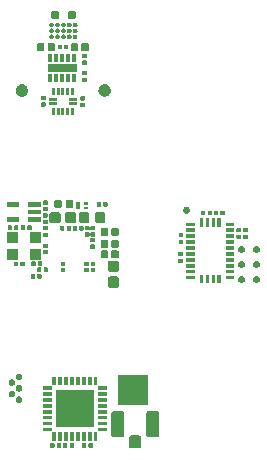
<source format=gbr>
G04 #@! TF.GenerationSoftware,KiCad,Pcbnew,(5.1.5)-3*
G04 #@! TF.CreationDate,2020-06-16T17:49:09-07:00*
G04 #@! TF.ProjectId,Miniscope-v4-Rigid-Flex,4d696e69-7363-46f7-9065-2d76342d5269,rev?*
G04 #@! TF.SameCoordinates,Original*
G04 #@! TF.FileFunction,Soldermask,Top*
G04 #@! TF.FilePolarity,Negative*
%FSLAX46Y46*%
G04 Gerber Fmt 4.6, Leading zero omitted, Abs format (unit mm)*
G04 Created by KiCad (PCBNEW (5.1.5)-3) date 2020-06-16 17:49:09*
%MOMM*%
%LPD*%
G04 APERTURE LIST*
%ADD10C,0.100000*%
G04 APERTURE END LIST*
D10*
G36*
X110164143Y-129213700D02*
G01*
X110208616Y-129227190D01*
X110249604Y-129249099D01*
X110285523Y-129278577D01*
X110315001Y-129314496D01*
X110336910Y-129355484D01*
X110350400Y-129399957D01*
X110355200Y-129448692D01*
X110355200Y-130069908D01*
X110350400Y-130118643D01*
X110336910Y-130163116D01*
X110315001Y-130204104D01*
X110285523Y-130240023D01*
X110249604Y-130269501D01*
X110208616Y-130291410D01*
X110164143Y-130304900D01*
X110115408Y-130309700D01*
X109544192Y-130309700D01*
X109495457Y-130304900D01*
X109450984Y-130291410D01*
X109409996Y-130269501D01*
X109374077Y-130240023D01*
X109344599Y-130204104D01*
X109322690Y-130163116D01*
X109309200Y-130118643D01*
X109304400Y-130069908D01*
X109304400Y-129448692D01*
X109309200Y-129399957D01*
X109322690Y-129355484D01*
X109344599Y-129314496D01*
X109374077Y-129278577D01*
X109409996Y-129249099D01*
X109450984Y-129227190D01*
X109495457Y-129213700D01*
X109544192Y-129208900D01*
X110115408Y-129208900D01*
X110164143Y-129213700D01*
G37*
G36*
X106190392Y-129866285D02*
G01*
X106202503Y-129869959D01*
X106213663Y-129875924D01*
X106223447Y-129883953D01*
X106231476Y-129893737D01*
X106237441Y-129904897D01*
X106241115Y-129917008D01*
X106242600Y-129932091D01*
X106242600Y-130188309D01*
X106241115Y-130203392D01*
X106237441Y-130215503D01*
X106231476Y-130226663D01*
X106223447Y-130236447D01*
X106213663Y-130244476D01*
X106202503Y-130250441D01*
X106190392Y-130254115D01*
X106175309Y-130255600D01*
X105949091Y-130255600D01*
X105934008Y-130254115D01*
X105921897Y-130250441D01*
X105910737Y-130244476D01*
X105900953Y-130236447D01*
X105892924Y-130226663D01*
X105886959Y-130215503D01*
X105883285Y-130203392D01*
X105881800Y-130188309D01*
X105881800Y-129932091D01*
X105883285Y-129917008D01*
X105886959Y-129904897D01*
X105892924Y-129893737D01*
X105900953Y-129883953D01*
X105910737Y-129875924D01*
X105921897Y-129869959D01*
X105934008Y-129866285D01*
X105949091Y-129864800D01*
X106175309Y-129864800D01*
X106190392Y-129866285D01*
G37*
G36*
X105640392Y-129866285D02*
G01*
X105652503Y-129869959D01*
X105663663Y-129875924D01*
X105673447Y-129883953D01*
X105681476Y-129893737D01*
X105687441Y-129904897D01*
X105691115Y-129917008D01*
X105692600Y-129932091D01*
X105692600Y-130188309D01*
X105691115Y-130203392D01*
X105687441Y-130215503D01*
X105681476Y-130226663D01*
X105673447Y-130236447D01*
X105663663Y-130244476D01*
X105652503Y-130250441D01*
X105640392Y-130254115D01*
X105625309Y-130255600D01*
X105399091Y-130255600D01*
X105384008Y-130254115D01*
X105371897Y-130250441D01*
X105360737Y-130244476D01*
X105350953Y-130236447D01*
X105342924Y-130226663D01*
X105336959Y-130215503D01*
X105333285Y-130203392D01*
X105331800Y-130188309D01*
X105331800Y-129932091D01*
X105333285Y-129917008D01*
X105336959Y-129904897D01*
X105342924Y-129893737D01*
X105350953Y-129883953D01*
X105360737Y-129875924D01*
X105371897Y-129869959D01*
X105384008Y-129866285D01*
X105399091Y-129864800D01*
X105625309Y-129864800D01*
X105640392Y-129866285D01*
G37*
G36*
X102951792Y-129863485D02*
G01*
X102963903Y-129867159D01*
X102975063Y-129873124D01*
X102984847Y-129881153D01*
X102992876Y-129890937D01*
X102998841Y-129902097D01*
X103002515Y-129914208D01*
X103004000Y-129929291D01*
X103004000Y-130185509D01*
X103002515Y-130200592D01*
X102998841Y-130212703D01*
X102992876Y-130223863D01*
X102984847Y-130233647D01*
X102975063Y-130241676D01*
X102963903Y-130247641D01*
X102951792Y-130251315D01*
X102936709Y-130252800D01*
X102710491Y-130252800D01*
X102695408Y-130251315D01*
X102683297Y-130247641D01*
X102672137Y-130241676D01*
X102662353Y-130233647D01*
X102654324Y-130223863D01*
X102648359Y-130212703D01*
X102644685Y-130200592D01*
X102643200Y-130185509D01*
X102643200Y-129929291D01*
X102644685Y-129914208D01*
X102648359Y-129902097D01*
X102654324Y-129890937D01*
X102662353Y-129881153D01*
X102672137Y-129873124D01*
X102683297Y-129867159D01*
X102695408Y-129863485D01*
X102710491Y-129862000D01*
X102936709Y-129862000D01*
X102951792Y-129863485D01*
G37*
G36*
X103501792Y-129863485D02*
G01*
X103513903Y-129867159D01*
X103525063Y-129873124D01*
X103534847Y-129881153D01*
X103542876Y-129890937D01*
X103548841Y-129902097D01*
X103552515Y-129914208D01*
X103554000Y-129929291D01*
X103554000Y-130185509D01*
X103552515Y-130200592D01*
X103548841Y-130212703D01*
X103542876Y-130223863D01*
X103534847Y-130233647D01*
X103525063Y-130241676D01*
X103513903Y-130247641D01*
X103501792Y-130251315D01*
X103486709Y-130252800D01*
X103260491Y-130252800D01*
X103245408Y-130251315D01*
X103233297Y-130247641D01*
X103222137Y-130241676D01*
X103212353Y-130233647D01*
X103204324Y-130223863D01*
X103198359Y-130212703D01*
X103194685Y-130200592D01*
X103193200Y-130185509D01*
X103193200Y-129929291D01*
X103194685Y-129914208D01*
X103198359Y-129902097D01*
X103204324Y-129890937D01*
X103212353Y-129881153D01*
X103222137Y-129873124D01*
X103233297Y-129867159D01*
X103245408Y-129863485D01*
X103260491Y-129862000D01*
X103486709Y-129862000D01*
X103501792Y-129863485D01*
G37*
G36*
X104043992Y-129863485D02*
G01*
X104056103Y-129867159D01*
X104067263Y-129873124D01*
X104077047Y-129881153D01*
X104085076Y-129890937D01*
X104091041Y-129902097D01*
X104094715Y-129914208D01*
X104096200Y-129929291D01*
X104096200Y-130185509D01*
X104094715Y-130200592D01*
X104091041Y-130212703D01*
X104085076Y-130223863D01*
X104077047Y-130233647D01*
X104067263Y-130241676D01*
X104056103Y-130247641D01*
X104043992Y-130251315D01*
X104028909Y-130252800D01*
X103802691Y-130252800D01*
X103787608Y-130251315D01*
X103775497Y-130247641D01*
X103764337Y-130241676D01*
X103754553Y-130233647D01*
X103746524Y-130223863D01*
X103740559Y-130212703D01*
X103736885Y-130200592D01*
X103735400Y-130185509D01*
X103735400Y-129929291D01*
X103736885Y-129914208D01*
X103740559Y-129902097D01*
X103746524Y-129890937D01*
X103754553Y-129881153D01*
X103764337Y-129873124D01*
X103775497Y-129867159D01*
X103787608Y-129863485D01*
X103802691Y-129862000D01*
X104028909Y-129862000D01*
X104043992Y-129863485D01*
G37*
G36*
X104593992Y-129863485D02*
G01*
X104606103Y-129867159D01*
X104617263Y-129873124D01*
X104627047Y-129881153D01*
X104635076Y-129890937D01*
X104641041Y-129902097D01*
X104644715Y-129914208D01*
X104646200Y-129929291D01*
X104646200Y-130185509D01*
X104644715Y-130200592D01*
X104641041Y-130212703D01*
X104635076Y-130223863D01*
X104627047Y-130233647D01*
X104617263Y-130241676D01*
X104606103Y-130247641D01*
X104593992Y-130251315D01*
X104578909Y-130252800D01*
X104352691Y-130252800D01*
X104337608Y-130251315D01*
X104325497Y-130247641D01*
X104314337Y-130241676D01*
X104304553Y-130233647D01*
X104296524Y-130223863D01*
X104290559Y-130212703D01*
X104286885Y-130200592D01*
X104285400Y-130185509D01*
X104285400Y-129929291D01*
X104286885Y-129914208D01*
X104290559Y-129902097D01*
X104296524Y-129890937D01*
X104304553Y-129881153D01*
X104314337Y-129873124D01*
X104325497Y-129867159D01*
X104337608Y-129863485D01*
X104352691Y-129862000D01*
X104578909Y-129862000D01*
X104593992Y-129863485D01*
G37*
G36*
X103142200Y-129648800D02*
G01*
X102831400Y-129648800D01*
X102831400Y-128918000D01*
X103142200Y-128918000D01*
X103142200Y-129648800D01*
G37*
G36*
X106642200Y-129648800D02*
G01*
X106331400Y-129648800D01*
X106331400Y-128918000D01*
X106642200Y-128918000D01*
X106642200Y-129648800D01*
G37*
G36*
X106142200Y-129648800D02*
G01*
X105831400Y-129648800D01*
X105831400Y-128918000D01*
X106142200Y-128918000D01*
X106142200Y-129648800D01*
G37*
G36*
X105642200Y-129648800D02*
G01*
X105331400Y-129648800D01*
X105331400Y-128918000D01*
X105642200Y-128918000D01*
X105642200Y-129648800D01*
G37*
G36*
X105142200Y-129648800D02*
G01*
X104831400Y-129648800D01*
X104831400Y-128918000D01*
X105142200Y-128918000D01*
X105142200Y-129648800D01*
G37*
G36*
X104642200Y-129648800D02*
G01*
X104331400Y-129648800D01*
X104331400Y-128918000D01*
X104642200Y-128918000D01*
X104642200Y-129648800D01*
G37*
G36*
X103642200Y-129648800D02*
G01*
X103331400Y-129648800D01*
X103331400Y-128918000D01*
X103642200Y-128918000D01*
X103642200Y-129648800D01*
G37*
G36*
X104142200Y-129648800D02*
G01*
X103831400Y-129648800D01*
X103831400Y-128918000D01*
X104142200Y-128918000D01*
X104142200Y-129648800D01*
G37*
G36*
X111654082Y-127136440D02*
G01*
X111700901Y-127150643D01*
X111744048Y-127173705D01*
X111781862Y-127204738D01*
X111812895Y-127242552D01*
X111835957Y-127285699D01*
X111850160Y-127332518D01*
X111855200Y-127383692D01*
X111855200Y-129129908D01*
X111850160Y-129181082D01*
X111835957Y-129227901D01*
X111812895Y-129271048D01*
X111781862Y-129308862D01*
X111744048Y-129339895D01*
X111700901Y-129362957D01*
X111654082Y-129377160D01*
X111602908Y-129382200D01*
X111006692Y-129382200D01*
X110955518Y-129377160D01*
X110908699Y-129362957D01*
X110865552Y-129339895D01*
X110827738Y-129308862D01*
X110796705Y-129271048D01*
X110773643Y-129227901D01*
X110759440Y-129181082D01*
X110754400Y-129129908D01*
X110754400Y-127383692D01*
X110759440Y-127332518D01*
X110773643Y-127285699D01*
X110796705Y-127242552D01*
X110827738Y-127204738D01*
X110865552Y-127173705D01*
X110908699Y-127150643D01*
X110955518Y-127136440D01*
X111006692Y-127131400D01*
X111602908Y-127131400D01*
X111654082Y-127136440D01*
G37*
G36*
X108704082Y-127136440D02*
G01*
X108750901Y-127150643D01*
X108794048Y-127173705D01*
X108831862Y-127204738D01*
X108862895Y-127242552D01*
X108885957Y-127285699D01*
X108900160Y-127332518D01*
X108905200Y-127383692D01*
X108905200Y-129129908D01*
X108900160Y-129181082D01*
X108885957Y-129227901D01*
X108862895Y-129271048D01*
X108831862Y-129308862D01*
X108794048Y-129339895D01*
X108750901Y-129362957D01*
X108704082Y-129377160D01*
X108652908Y-129382200D01*
X108056692Y-129382200D01*
X108005518Y-129377160D01*
X107958699Y-129362957D01*
X107915552Y-129339895D01*
X107877738Y-129308862D01*
X107846705Y-129271048D01*
X107823643Y-129227901D01*
X107809440Y-129181082D01*
X107804400Y-129129908D01*
X107804400Y-127383692D01*
X107809440Y-127332518D01*
X107823643Y-127285699D01*
X107846705Y-127242552D01*
X107877738Y-127204738D01*
X107915552Y-127173705D01*
X107958699Y-127150643D01*
X108005518Y-127136440D01*
X108056692Y-127131400D01*
X108652908Y-127131400D01*
X108704082Y-127136440D01*
G37*
G36*
X107437200Y-128853800D02*
G01*
X106706400Y-128853800D01*
X106706400Y-128543000D01*
X107437200Y-128543000D01*
X107437200Y-128853800D01*
G37*
G36*
X102767200Y-128853800D02*
G01*
X102036400Y-128853800D01*
X102036400Y-128543000D01*
X102767200Y-128543000D01*
X102767200Y-128853800D01*
G37*
G36*
X106312200Y-128523800D02*
G01*
X103161400Y-128523800D01*
X103161400Y-125373000D01*
X106312200Y-125373000D01*
X106312200Y-128523800D01*
G37*
G36*
X107437200Y-128353800D02*
G01*
X106706400Y-128353800D01*
X106706400Y-128043000D01*
X107437200Y-128043000D01*
X107437200Y-128353800D01*
G37*
G36*
X102767200Y-128353800D02*
G01*
X102036400Y-128353800D01*
X102036400Y-128043000D01*
X102767200Y-128043000D01*
X102767200Y-128353800D01*
G37*
G36*
X102767200Y-127853800D02*
G01*
X102036400Y-127853800D01*
X102036400Y-127543000D01*
X102767200Y-127543000D01*
X102767200Y-127853800D01*
G37*
G36*
X107437200Y-127853800D02*
G01*
X106706400Y-127853800D01*
X106706400Y-127543000D01*
X107437200Y-127543000D01*
X107437200Y-127853800D01*
G37*
G36*
X102767200Y-127353800D02*
G01*
X102036400Y-127353800D01*
X102036400Y-127043000D01*
X102767200Y-127043000D01*
X102767200Y-127353800D01*
G37*
G36*
X107437200Y-127353800D02*
G01*
X106706400Y-127353800D01*
X106706400Y-127043000D01*
X107437200Y-127043000D01*
X107437200Y-127353800D01*
G37*
G36*
X102767200Y-126853800D02*
G01*
X102036400Y-126853800D01*
X102036400Y-126543000D01*
X102767200Y-126543000D01*
X102767200Y-126853800D01*
G37*
G36*
X107437200Y-126853800D02*
G01*
X106706400Y-126853800D01*
X106706400Y-126543000D01*
X107437200Y-126543000D01*
X107437200Y-126853800D01*
G37*
G36*
X110952800Y-126662000D02*
G01*
X108402000Y-126662000D01*
X108402000Y-124111200D01*
X110952800Y-124111200D01*
X110952800Y-126662000D01*
G37*
G36*
X100081499Y-125911735D02*
G01*
X100132346Y-125932796D01*
X100178109Y-125963374D01*
X100217024Y-126002289D01*
X100247602Y-126048052D01*
X100268663Y-126098899D01*
X100279400Y-126152879D01*
X100279400Y-126207917D01*
X100268663Y-126261897D01*
X100247602Y-126312744D01*
X100217024Y-126358507D01*
X100178109Y-126397422D01*
X100132346Y-126428000D01*
X100081499Y-126449061D01*
X100027519Y-126459798D01*
X99972481Y-126459798D01*
X99918501Y-126449061D01*
X99867654Y-126428000D01*
X99821891Y-126397422D01*
X99782976Y-126358507D01*
X99752398Y-126312744D01*
X99731337Y-126261897D01*
X99720600Y-126207917D01*
X99720600Y-126152879D01*
X99731337Y-126098899D01*
X99752398Y-126048052D01*
X99782976Y-126002289D01*
X99821891Y-125963374D01*
X99867654Y-125932796D01*
X99918501Y-125911735D01*
X99972481Y-125900998D01*
X100027519Y-125900998D01*
X100081499Y-125911735D01*
G37*
G36*
X107437200Y-126353800D02*
G01*
X106706400Y-126353800D01*
X106706400Y-126043000D01*
X107437200Y-126043000D01*
X107437200Y-126353800D01*
G37*
G36*
X102767200Y-126353800D02*
G01*
X102036400Y-126353800D01*
X102036400Y-126043000D01*
X102767200Y-126043000D01*
X102767200Y-126353800D01*
G37*
G36*
X99471899Y-125429135D02*
G01*
X99522746Y-125450196D01*
X99568509Y-125480774D01*
X99607424Y-125519689D01*
X99638002Y-125565452D01*
X99659063Y-125616299D01*
X99669800Y-125670279D01*
X99669800Y-125725317D01*
X99659063Y-125779297D01*
X99638002Y-125830144D01*
X99607424Y-125875907D01*
X99568509Y-125914822D01*
X99522746Y-125945400D01*
X99471899Y-125966461D01*
X99417919Y-125977198D01*
X99362881Y-125977198D01*
X99308901Y-125966461D01*
X99258054Y-125945400D01*
X99212291Y-125914822D01*
X99173376Y-125875907D01*
X99142798Y-125830144D01*
X99121737Y-125779297D01*
X99111000Y-125725317D01*
X99111000Y-125670279D01*
X99121737Y-125616299D01*
X99142798Y-125565452D01*
X99173376Y-125519689D01*
X99212291Y-125480774D01*
X99258054Y-125450196D01*
X99308901Y-125429135D01*
X99362881Y-125418398D01*
X99417919Y-125418398D01*
X99471899Y-125429135D01*
G37*
G36*
X102767200Y-125853800D02*
G01*
X102036400Y-125853800D01*
X102036400Y-125543000D01*
X102767200Y-125543000D01*
X102767200Y-125853800D01*
G37*
G36*
X107437200Y-125853800D02*
G01*
X106706400Y-125853800D01*
X106706400Y-125543000D01*
X107437200Y-125543000D01*
X107437200Y-125853800D01*
G37*
G36*
X100081499Y-124946536D02*
G01*
X100132346Y-124967597D01*
X100178109Y-124998175D01*
X100217024Y-125037090D01*
X100247602Y-125082853D01*
X100268663Y-125133700D01*
X100279400Y-125187680D01*
X100279400Y-125242718D01*
X100268663Y-125296698D01*
X100247602Y-125347545D01*
X100217024Y-125393308D01*
X100178109Y-125432223D01*
X100132346Y-125462801D01*
X100081499Y-125483862D01*
X100027519Y-125494599D01*
X99972481Y-125494599D01*
X99918501Y-125483862D01*
X99867654Y-125462801D01*
X99821891Y-125432223D01*
X99782976Y-125393308D01*
X99752398Y-125347545D01*
X99731337Y-125296698D01*
X99720600Y-125242718D01*
X99720600Y-125187680D01*
X99731337Y-125133700D01*
X99752398Y-125082853D01*
X99782976Y-125037090D01*
X99821891Y-124998175D01*
X99867654Y-124967597D01*
X99918501Y-124946536D01*
X99972481Y-124935799D01*
X100027519Y-124935799D01*
X100081499Y-124946536D01*
G37*
G36*
X107437200Y-125353800D02*
G01*
X106706400Y-125353800D01*
X106706400Y-125043000D01*
X107437200Y-125043000D01*
X107437200Y-125353800D01*
G37*
G36*
X102767200Y-125353800D02*
G01*
X102036400Y-125353800D01*
X102036400Y-125043000D01*
X102767200Y-125043000D01*
X102767200Y-125353800D01*
G37*
G36*
X99471899Y-124463936D02*
G01*
X99522746Y-124484997D01*
X99568509Y-124515575D01*
X99607424Y-124554490D01*
X99638002Y-124600253D01*
X99659063Y-124651100D01*
X99669800Y-124705080D01*
X99669800Y-124760118D01*
X99659063Y-124814098D01*
X99638002Y-124864945D01*
X99607424Y-124910708D01*
X99568509Y-124949623D01*
X99522746Y-124980201D01*
X99471899Y-125001262D01*
X99417919Y-125011999D01*
X99362881Y-125011999D01*
X99308901Y-125001262D01*
X99258054Y-124980201D01*
X99212291Y-124949623D01*
X99173376Y-124910708D01*
X99142798Y-124864945D01*
X99121737Y-124814098D01*
X99111000Y-124760118D01*
X99111000Y-124705080D01*
X99121737Y-124651100D01*
X99142798Y-124600253D01*
X99173376Y-124554490D01*
X99212291Y-124515575D01*
X99258054Y-124484997D01*
X99308901Y-124463936D01*
X99362881Y-124453199D01*
X99417919Y-124453199D01*
X99471899Y-124463936D01*
G37*
G36*
X106142200Y-124978800D02*
G01*
X105831400Y-124978800D01*
X105831400Y-124248000D01*
X106142200Y-124248000D01*
X106142200Y-124978800D01*
G37*
G36*
X103142200Y-124978800D02*
G01*
X102831400Y-124978800D01*
X102831400Y-124248000D01*
X103142200Y-124248000D01*
X103142200Y-124978800D01*
G37*
G36*
X105142200Y-124978800D02*
G01*
X104831400Y-124978800D01*
X104831400Y-124248000D01*
X105142200Y-124248000D01*
X105142200Y-124978800D01*
G37*
G36*
X105642200Y-124978800D02*
G01*
X105331400Y-124978800D01*
X105331400Y-124248000D01*
X105642200Y-124248000D01*
X105642200Y-124978800D01*
G37*
G36*
X106642200Y-124978800D02*
G01*
X106331400Y-124978800D01*
X106331400Y-124248000D01*
X106642200Y-124248000D01*
X106642200Y-124978800D01*
G37*
G36*
X104142200Y-124978800D02*
G01*
X103831400Y-124978800D01*
X103831400Y-124248000D01*
X104142200Y-124248000D01*
X104142200Y-124978800D01*
G37*
G36*
X103642200Y-124978800D02*
G01*
X103331400Y-124978800D01*
X103331400Y-124248000D01*
X103642200Y-124248000D01*
X103642200Y-124978800D01*
G37*
G36*
X104642200Y-124978800D02*
G01*
X104331400Y-124978800D01*
X104331400Y-124248000D01*
X104642200Y-124248000D01*
X104642200Y-124978800D01*
G37*
G36*
X100081499Y-123981337D02*
G01*
X100132346Y-124002398D01*
X100178109Y-124032976D01*
X100217024Y-124071891D01*
X100247602Y-124117654D01*
X100268663Y-124168501D01*
X100279400Y-124222481D01*
X100279400Y-124277519D01*
X100268663Y-124331499D01*
X100247602Y-124382346D01*
X100217024Y-124428109D01*
X100178109Y-124467024D01*
X100132346Y-124497602D01*
X100081499Y-124518663D01*
X100027519Y-124529400D01*
X99972481Y-124529400D01*
X99918501Y-124518663D01*
X99867654Y-124497602D01*
X99821891Y-124467024D01*
X99782976Y-124428109D01*
X99752398Y-124382346D01*
X99731337Y-124331499D01*
X99720600Y-124277519D01*
X99720600Y-124222481D01*
X99731337Y-124168501D01*
X99752398Y-124117654D01*
X99782976Y-124071891D01*
X99821891Y-124032976D01*
X99867654Y-124002398D01*
X99918501Y-123981337D01*
X99972481Y-123970600D01*
X100027519Y-123970600D01*
X100081499Y-123981337D01*
G37*
G36*
X108313478Y-115752471D02*
G01*
X108352792Y-115764397D01*
X108389023Y-115783763D01*
X108420777Y-115809823D01*
X108446837Y-115841577D01*
X108466203Y-115877808D01*
X108478129Y-115917122D01*
X108482400Y-115960491D01*
X108482400Y-116476709D01*
X108478129Y-116520078D01*
X108466203Y-116559392D01*
X108446837Y-116595623D01*
X108420777Y-116627377D01*
X108389023Y-116653437D01*
X108352792Y-116672803D01*
X108313478Y-116684729D01*
X108270109Y-116689000D01*
X107723891Y-116689000D01*
X107680522Y-116684729D01*
X107641208Y-116672803D01*
X107604977Y-116653437D01*
X107573223Y-116627377D01*
X107547163Y-116595623D01*
X107527797Y-116559392D01*
X107515871Y-116520078D01*
X107511600Y-116476709D01*
X107511600Y-115960491D01*
X107515871Y-115917122D01*
X107527797Y-115877808D01*
X107547163Y-115841577D01*
X107573223Y-115809823D01*
X107604977Y-115783763D01*
X107641208Y-115764397D01*
X107680522Y-115752471D01*
X107723891Y-115748200D01*
X108270109Y-115748200D01*
X108313478Y-115752471D01*
G37*
G36*
X115602600Y-116339000D02*
G01*
X115297800Y-116339000D01*
X115297800Y-115613200D01*
X115602600Y-115613200D01*
X115602600Y-116339000D01*
G37*
G36*
X116102600Y-116339000D02*
G01*
X115797800Y-116339000D01*
X115797800Y-115613200D01*
X116102600Y-115613200D01*
X116102600Y-116339000D01*
G37*
G36*
X116602600Y-116339000D02*
G01*
X116297800Y-116339000D01*
X116297800Y-115613200D01*
X116602600Y-115613200D01*
X116602600Y-116339000D01*
G37*
G36*
X117102600Y-116339000D02*
G01*
X116797800Y-116339000D01*
X116797800Y-115613200D01*
X117102600Y-115613200D01*
X117102600Y-116339000D01*
G37*
G36*
X120200074Y-115699498D02*
G01*
X120254524Y-115722052D01*
X120303529Y-115754796D01*
X120345204Y-115796471D01*
X120377948Y-115845476D01*
X120400502Y-115899926D01*
X120412000Y-115957731D01*
X120412000Y-116016669D01*
X120400502Y-116074474D01*
X120377948Y-116128924D01*
X120345204Y-116177929D01*
X120303529Y-116219604D01*
X120254524Y-116252348D01*
X120200074Y-116274902D01*
X120142269Y-116286400D01*
X120083331Y-116286400D01*
X120025526Y-116274902D01*
X119971076Y-116252348D01*
X119922071Y-116219604D01*
X119880396Y-116177929D01*
X119847652Y-116128924D01*
X119825098Y-116074474D01*
X119813600Y-116016669D01*
X119813600Y-115957731D01*
X119825098Y-115899926D01*
X119847652Y-115845476D01*
X119880396Y-115796471D01*
X119922071Y-115754796D01*
X119971076Y-115722052D01*
X120025526Y-115699498D01*
X120083331Y-115688000D01*
X120142269Y-115688000D01*
X120200074Y-115699498D01*
G37*
G36*
X118930074Y-115699498D02*
G01*
X118984524Y-115722052D01*
X119033529Y-115754796D01*
X119075204Y-115796471D01*
X119107948Y-115845476D01*
X119130502Y-115899926D01*
X119142000Y-115957731D01*
X119142000Y-116016669D01*
X119130502Y-116074474D01*
X119107948Y-116128924D01*
X119075204Y-116177929D01*
X119033529Y-116219604D01*
X118984524Y-116252348D01*
X118930074Y-116274902D01*
X118872269Y-116286400D01*
X118813331Y-116286400D01*
X118755526Y-116274902D01*
X118701076Y-116252348D01*
X118652071Y-116219604D01*
X118610396Y-116177929D01*
X118577652Y-116128924D01*
X118555098Y-116074474D01*
X118543600Y-116016669D01*
X118543600Y-115957731D01*
X118555098Y-115899926D01*
X118577652Y-115845476D01*
X118610396Y-115796471D01*
X118652071Y-115754796D01*
X118701076Y-115722052D01*
X118755526Y-115699498D01*
X118813331Y-115688000D01*
X118872269Y-115688000D01*
X118930074Y-115699498D01*
G37*
G36*
X114900600Y-115991000D02*
G01*
X114174800Y-115991000D01*
X114174800Y-115686200D01*
X114900600Y-115686200D01*
X114900600Y-115991000D01*
G37*
G36*
X118225600Y-115991000D02*
G01*
X117499800Y-115991000D01*
X117499800Y-115686200D01*
X118225600Y-115686200D01*
X118225600Y-115991000D01*
G37*
G36*
X101853592Y-115542085D02*
G01*
X101865703Y-115545759D01*
X101876863Y-115551724D01*
X101886647Y-115559753D01*
X101894676Y-115569537D01*
X101900641Y-115580697D01*
X101904315Y-115592808D01*
X101905800Y-115607891D01*
X101905800Y-115864109D01*
X101904315Y-115879192D01*
X101900641Y-115891303D01*
X101894676Y-115902463D01*
X101886647Y-115912247D01*
X101876863Y-115920276D01*
X101865703Y-115926241D01*
X101853592Y-115929915D01*
X101838509Y-115931400D01*
X101612291Y-115931400D01*
X101597208Y-115929915D01*
X101585097Y-115926241D01*
X101573937Y-115920276D01*
X101564153Y-115912247D01*
X101556124Y-115902463D01*
X101550159Y-115891303D01*
X101546485Y-115879192D01*
X101545000Y-115864109D01*
X101545000Y-115607891D01*
X101546485Y-115592808D01*
X101550159Y-115580697D01*
X101556124Y-115569537D01*
X101564153Y-115559753D01*
X101573937Y-115551724D01*
X101585097Y-115545759D01*
X101597208Y-115542085D01*
X101612291Y-115540600D01*
X101838509Y-115540600D01*
X101853592Y-115542085D01*
G37*
G36*
X101303592Y-115542085D02*
G01*
X101315703Y-115545759D01*
X101326863Y-115551724D01*
X101336647Y-115559753D01*
X101344676Y-115569537D01*
X101350641Y-115580697D01*
X101354315Y-115592808D01*
X101355800Y-115607891D01*
X101355800Y-115864109D01*
X101354315Y-115879192D01*
X101350641Y-115891303D01*
X101344676Y-115902463D01*
X101336647Y-115912247D01*
X101326863Y-115920276D01*
X101315703Y-115926241D01*
X101303592Y-115929915D01*
X101288509Y-115931400D01*
X101062291Y-115931400D01*
X101047208Y-115929915D01*
X101035097Y-115926241D01*
X101023937Y-115920276D01*
X101014153Y-115912247D01*
X101006124Y-115902463D01*
X101000159Y-115891303D01*
X100996485Y-115879192D01*
X100995000Y-115864109D01*
X100995000Y-115607891D01*
X100996485Y-115592808D01*
X101000159Y-115580697D01*
X101006124Y-115569537D01*
X101014153Y-115559753D01*
X101023937Y-115551724D01*
X101035097Y-115545759D01*
X101047208Y-115542085D01*
X101062291Y-115540600D01*
X101288509Y-115540600D01*
X101303592Y-115542085D01*
G37*
G36*
X114900600Y-115491000D02*
G01*
X114174800Y-115491000D01*
X114174800Y-115186200D01*
X114900600Y-115186200D01*
X114900600Y-115491000D01*
G37*
G36*
X118225600Y-115491000D02*
G01*
X117499800Y-115491000D01*
X117499800Y-115186200D01*
X118225600Y-115186200D01*
X118225600Y-115491000D01*
G37*
G36*
X103879592Y-115044685D02*
G01*
X103891703Y-115048359D01*
X103902863Y-115054324D01*
X103912647Y-115062353D01*
X103920676Y-115072137D01*
X103926641Y-115083297D01*
X103930315Y-115095408D01*
X103931800Y-115110491D01*
X103931800Y-115336709D01*
X103930315Y-115351792D01*
X103926641Y-115363903D01*
X103920676Y-115375063D01*
X103912647Y-115384847D01*
X103902863Y-115392876D01*
X103891703Y-115398841D01*
X103879592Y-115402515D01*
X103864509Y-115404000D01*
X103608291Y-115404000D01*
X103593208Y-115402515D01*
X103581097Y-115398841D01*
X103569937Y-115392876D01*
X103560153Y-115384847D01*
X103552124Y-115375063D01*
X103546159Y-115363903D01*
X103542485Y-115351792D01*
X103541000Y-115336709D01*
X103541000Y-115110491D01*
X103542485Y-115095408D01*
X103546159Y-115083297D01*
X103552124Y-115072137D01*
X103560153Y-115062353D01*
X103569937Y-115054324D01*
X103581097Y-115048359D01*
X103593208Y-115044685D01*
X103608291Y-115043200D01*
X103864509Y-115043200D01*
X103879592Y-115044685D01*
G37*
G36*
X105850192Y-115008685D02*
G01*
X105862303Y-115012359D01*
X105873463Y-115018324D01*
X105883247Y-115026353D01*
X105891276Y-115036137D01*
X105897241Y-115047297D01*
X105900915Y-115059408D01*
X105902400Y-115074491D01*
X105902400Y-115330709D01*
X105900915Y-115345792D01*
X105897241Y-115357903D01*
X105891276Y-115369063D01*
X105883247Y-115378847D01*
X105873463Y-115386876D01*
X105862303Y-115392841D01*
X105850192Y-115396515D01*
X105835109Y-115398000D01*
X105608891Y-115398000D01*
X105593808Y-115396515D01*
X105581697Y-115392841D01*
X105570537Y-115386876D01*
X105560753Y-115378847D01*
X105552724Y-115369063D01*
X105546759Y-115357903D01*
X105543085Y-115345792D01*
X105541600Y-115330709D01*
X105541600Y-115074491D01*
X105543085Y-115059408D01*
X105546759Y-115047297D01*
X105552724Y-115036137D01*
X105560753Y-115026353D01*
X105570537Y-115018324D01*
X105581697Y-115012359D01*
X105593808Y-115008685D01*
X105608891Y-115007200D01*
X105835109Y-115007200D01*
X105850192Y-115008685D01*
G37*
G36*
X106400192Y-115008685D02*
G01*
X106412303Y-115012359D01*
X106423463Y-115018324D01*
X106433247Y-115026353D01*
X106441276Y-115036137D01*
X106447241Y-115047297D01*
X106450915Y-115059408D01*
X106452400Y-115074491D01*
X106452400Y-115330709D01*
X106450915Y-115345792D01*
X106447241Y-115357903D01*
X106441276Y-115369063D01*
X106433247Y-115378847D01*
X106423463Y-115386876D01*
X106412303Y-115392841D01*
X106400192Y-115396515D01*
X106385109Y-115398000D01*
X106158891Y-115398000D01*
X106143808Y-115396515D01*
X106131697Y-115392841D01*
X106120537Y-115386876D01*
X106110753Y-115378847D01*
X106102724Y-115369063D01*
X106096759Y-115357903D01*
X106093085Y-115345792D01*
X106091600Y-115330709D01*
X106091600Y-115074491D01*
X106093085Y-115059408D01*
X106096759Y-115047297D01*
X106102724Y-115036137D01*
X106110753Y-115026353D01*
X106120537Y-115018324D01*
X106131697Y-115012359D01*
X106143808Y-115008685D01*
X106158891Y-115007200D01*
X106385109Y-115007200D01*
X106400192Y-115008685D01*
G37*
G36*
X101836992Y-114983285D02*
G01*
X101849103Y-114986959D01*
X101860263Y-114992924D01*
X101870047Y-115000953D01*
X101878076Y-115010737D01*
X101884041Y-115021897D01*
X101887715Y-115034008D01*
X101889200Y-115049091D01*
X101889200Y-115305309D01*
X101887715Y-115320392D01*
X101884041Y-115332503D01*
X101878076Y-115343663D01*
X101870047Y-115353447D01*
X101860263Y-115361476D01*
X101849103Y-115367441D01*
X101836992Y-115371115D01*
X101821909Y-115372600D01*
X101595691Y-115372600D01*
X101580608Y-115371115D01*
X101568497Y-115367441D01*
X101557337Y-115361476D01*
X101547553Y-115353447D01*
X101539524Y-115343663D01*
X101533559Y-115332503D01*
X101529885Y-115320392D01*
X101528400Y-115305309D01*
X101528400Y-115049091D01*
X101529885Y-115034008D01*
X101533559Y-115021897D01*
X101539524Y-115010737D01*
X101547553Y-115000953D01*
X101557337Y-114992924D01*
X101568497Y-114986959D01*
X101580608Y-114983285D01*
X101595691Y-114981800D01*
X101821909Y-114981800D01*
X101836992Y-114983285D01*
G37*
G36*
X102386992Y-114983285D02*
G01*
X102399103Y-114986959D01*
X102410263Y-114992924D01*
X102420047Y-115000953D01*
X102428076Y-115010737D01*
X102434041Y-115021897D01*
X102437715Y-115034008D01*
X102439200Y-115049091D01*
X102439200Y-115305309D01*
X102437715Y-115320392D01*
X102434041Y-115332503D01*
X102428076Y-115343663D01*
X102420047Y-115353447D01*
X102410263Y-115361476D01*
X102399103Y-115367441D01*
X102386992Y-115371115D01*
X102371909Y-115372600D01*
X102145691Y-115372600D01*
X102130608Y-115371115D01*
X102118497Y-115367441D01*
X102107337Y-115361476D01*
X102097553Y-115353447D01*
X102089524Y-115343663D01*
X102083559Y-115332503D01*
X102079885Y-115320392D01*
X102078400Y-115305309D01*
X102078400Y-115049091D01*
X102079885Y-115034008D01*
X102083559Y-115021897D01*
X102089524Y-115010737D01*
X102097553Y-115000953D01*
X102107337Y-114992924D01*
X102118497Y-114986959D01*
X102130608Y-114983285D01*
X102145691Y-114981800D01*
X102371909Y-114981800D01*
X102386992Y-114983285D01*
G37*
G36*
X108313478Y-114422471D02*
G01*
X108352792Y-114434397D01*
X108389023Y-114453763D01*
X108420777Y-114479823D01*
X108446837Y-114511577D01*
X108466203Y-114547808D01*
X108478129Y-114587122D01*
X108482400Y-114630491D01*
X108482400Y-115146709D01*
X108478129Y-115190078D01*
X108466203Y-115229392D01*
X108446837Y-115265623D01*
X108420777Y-115297377D01*
X108389023Y-115323437D01*
X108352792Y-115342803D01*
X108313478Y-115354729D01*
X108270109Y-115359000D01*
X107723891Y-115359000D01*
X107680522Y-115354729D01*
X107641208Y-115342803D01*
X107604977Y-115323437D01*
X107573223Y-115297377D01*
X107547163Y-115265623D01*
X107527797Y-115229392D01*
X107515871Y-115190078D01*
X107511600Y-115146709D01*
X107511600Y-114630491D01*
X107515871Y-114587122D01*
X107527797Y-114547808D01*
X107547163Y-114511577D01*
X107573223Y-114479823D01*
X107604977Y-114453763D01*
X107641208Y-114434397D01*
X107680522Y-114422471D01*
X107723891Y-114418200D01*
X108270109Y-114418200D01*
X108313478Y-114422471D01*
G37*
G36*
X120200074Y-114429498D02*
G01*
X120254524Y-114452052D01*
X120303529Y-114484796D01*
X120345204Y-114526471D01*
X120377948Y-114575476D01*
X120400502Y-114629926D01*
X120412000Y-114687731D01*
X120412000Y-114746669D01*
X120400502Y-114804474D01*
X120377948Y-114858924D01*
X120345204Y-114907929D01*
X120303529Y-114949604D01*
X120254524Y-114982348D01*
X120200074Y-115004902D01*
X120142269Y-115016400D01*
X120083331Y-115016400D01*
X120025526Y-115004902D01*
X119971076Y-114982348D01*
X119922071Y-114949604D01*
X119880396Y-114907929D01*
X119847652Y-114858924D01*
X119825098Y-114804474D01*
X119813600Y-114746669D01*
X119813600Y-114687731D01*
X119825098Y-114629926D01*
X119847652Y-114575476D01*
X119880396Y-114526471D01*
X119922071Y-114484796D01*
X119971076Y-114452052D01*
X120025526Y-114429498D01*
X120083331Y-114418000D01*
X120142269Y-114418000D01*
X120200074Y-114429498D01*
G37*
G36*
X118930074Y-114429498D02*
G01*
X118984524Y-114452052D01*
X119033529Y-114484796D01*
X119075204Y-114526471D01*
X119107948Y-114575476D01*
X119130502Y-114629926D01*
X119142000Y-114687731D01*
X119142000Y-114746669D01*
X119130502Y-114804474D01*
X119107948Y-114858924D01*
X119075204Y-114907929D01*
X119033529Y-114949604D01*
X118984524Y-114982348D01*
X118930074Y-115004902D01*
X118872269Y-115016400D01*
X118813331Y-115016400D01*
X118755526Y-115004902D01*
X118701076Y-114982348D01*
X118652071Y-114949604D01*
X118610396Y-114907929D01*
X118577652Y-114858924D01*
X118555098Y-114804474D01*
X118543600Y-114746669D01*
X118543600Y-114687731D01*
X118555098Y-114629926D01*
X118577652Y-114575476D01*
X118610396Y-114526471D01*
X118652071Y-114484796D01*
X118701076Y-114452052D01*
X118755526Y-114429498D01*
X118813331Y-114418000D01*
X118872269Y-114418000D01*
X118930074Y-114429498D01*
G37*
G36*
X114900600Y-114991000D02*
G01*
X114174800Y-114991000D01*
X114174800Y-114686200D01*
X114900600Y-114686200D01*
X114900600Y-114991000D01*
G37*
G36*
X118225600Y-114991000D02*
G01*
X117499800Y-114991000D01*
X117499800Y-114686200D01*
X118225600Y-114686200D01*
X118225600Y-114991000D01*
G37*
G36*
X99881192Y-114500685D02*
G01*
X99893303Y-114504359D01*
X99904463Y-114510324D01*
X99914247Y-114518353D01*
X99922276Y-114528137D01*
X99928241Y-114539297D01*
X99931915Y-114551408D01*
X99933400Y-114566491D01*
X99933400Y-114822709D01*
X99931915Y-114837792D01*
X99928241Y-114849903D01*
X99922276Y-114861063D01*
X99914247Y-114870847D01*
X99904463Y-114878876D01*
X99893303Y-114884841D01*
X99881192Y-114888515D01*
X99866109Y-114890000D01*
X99639891Y-114890000D01*
X99624808Y-114888515D01*
X99612697Y-114884841D01*
X99601537Y-114878876D01*
X99591753Y-114870847D01*
X99583724Y-114861063D01*
X99577759Y-114849903D01*
X99574085Y-114837792D01*
X99572600Y-114822709D01*
X99572600Y-114566491D01*
X99574085Y-114551408D01*
X99577759Y-114539297D01*
X99583724Y-114528137D01*
X99591753Y-114518353D01*
X99601537Y-114510324D01*
X99612697Y-114504359D01*
X99624808Y-114500685D01*
X99639891Y-114499200D01*
X99866109Y-114499200D01*
X99881192Y-114500685D01*
G37*
G36*
X106400192Y-114500685D02*
G01*
X106412303Y-114504359D01*
X106423463Y-114510324D01*
X106433247Y-114518353D01*
X106441276Y-114528137D01*
X106447241Y-114539297D01*
X106450915Y-114551408D01*
X106452400Y-114566491D01*
X106452400Y-114822709D01*
X106450915Y-114837792D01*
X106447241Y-114849903D01*
X106441276Y-114861063D01*
X106433247Y-114870847D01*
X106423463Y-114878876D01*
X106412303Y-114884841D01*
X106400192Y-114888515D01*
X106385109Y-114890000D01*
X106158891Y-114890000D01*
X106143808Y-114888515D01*
X106131697Y-114884841D01*
X106120537Y-114878876D01*
X106110753Y-114870847D01*
X106102724Y-114861063D01*
X106096759Y-114849903D01*
X106093085Y-114837792D01*
X106091600Y-114822709D01*
X106091600Y-114566491D01*
X106093085Y-114551408D01*
X106096759Y-114539297D01*
X106102724Y-114528137D01*
X106110753Y-114518353D01*
X106120537Y-114510324D01*
X106131697Y-114504359D01*
X106143808Y-114500685D01*
X106158891Y-114499200D01*
X106385109Y-114499200D01*
X106400192Y-114500685D01*
G37*
G36*
X105850192Y-114500685D02*
G01*
X105862303Y-114504359D01*
X105873463Y-114510324D01*
X105883247Y-114518353D01*
X105891276Y-114528137D01*
X105897241Y-114539297D01*
X105900915Y-114551408D01*
X105902400Y-114566491D01*
X105902400Y-114822709D01*
X105900915Y-114837792D01*
X105897241Y-114849903D01*
X105891276Y-114861063D01*
X105883247Y-114870847D01*
X105873463Y-114878876D01*
X105862303Y-114884841D01*
X105850192Y-114888515D01*
X105835109Y-114890000D01*
X105608891Y-114890000D01*
X105593808Y-114888515D01*
X105581697Y-114884841D01*
X105570537Y-114878876D01*
X105560753Y-114870847D01*
X105552724Y-114861063D01*
X105546759Y-114849903D01*
X105543085Y-114837792D01*
X105541600Y-114822709D01*
X105541600Y-114566491D01*
X105543085Y-114551408D01*
X105546759Y-114539297D01*
X105552724Y-114528137D01*
X105560753Y-114518353D01*
X105570537Y-114510324D01*
X105581697Y-114504359D01*
X105593808Y-114500685D01*
X105608891Y-114499200D01*
X105835109Y-114499200D01*
X105850192Y-114500685D01*
G37*
G36*
X100431192Y-114500685D02*
G01*
X100443303Y-114504359D01*
X100454463Y-114510324D01*
X100464247Y-114518353D01*
X100472276Y-114528137D01*
X100478241Y-114539297D01*
X100481915Y-114551408D01*
X100483400Y-114566491D01*
X100483400Y-114822709D01*
X100481915Y-114837792D01*
X100478241Y-114849903D01*
X100472276Y-114861063D01*
X100464247Y-114870847D01*
X100454463Y-114878876D01*
X100443303Y-114884841D01*
X100431192Y-114888515D01*
X100416109Y-114890000D01*
X100189891Y-114890000D01*
X100174808Y-114888515D01*
X100162697Y-114884841D01*
X100151537Y-114878876D01*
X100141753Y-114870847D01*
X100133724Y-114861063D01*
X100127759Y-114849903D01*
X100124085Y-114837792D01*
X100122600Y-114822709D01*
X100122600Y-114566491D01*
X100124085Y-114551408D01*
X100127759Y-114539297D01*
X100133724Y-114528137D01*
X100141753Y-114518353D01*
X100151537Y-114510324D01*
X100162697Y-114504359D01*
X100174808Y-114500685D01*
X100189891Y-114499200D01*
X100416109Y-114499200D01*
X100431192Y-114500685D01*
G37*
G36*
X101899992Y-114475285D02*
G01*
X101912103Y-114478959D01*
X101923263Y-114484924D01*
X101933047Y-114492953D01*
X101941076Y-114502737D01*
X101947041Y-114513897D01*
X101950715Y-114526008D01*
X101952200Y-114541091D01*
X101952200Y-114797309D01*
X101950715Y-114812392D01*
X101947041Y-114824503D01*
X101941076Y-114835663D01*
X101933047Y-114845447D01*
X101923263Y-114853476D01*
X101912103Y-114859441D01*
X101899992Y-114863115D01*
X101884909Y-114864600D01*
X101658691Y-114864600D01*
X101643608Y-114863115D01*
X101631497Y-114859441D01*
X101620337Y-114853476D01*
X101610553Y-114845447D01*
X101602524Y-114835663D01*
X101596559Y-114824503D01*
X101592885Y-114812392D01*
X101591400Y-114797309D01*
X101591400Y-114541091D01*
X101592885Y-114526008D01*
X101596559Y-114513897D01*
X101602524Y-114502737D01*
X101610553Y-114492953D01*
X101620337Y-114484924D01*
X101631497Y-114478959D01*
X101643608Y-114475285D01*
X101658691Y-114473800D01*
X101884909Y-114473800D01*
X101899992Y-114475285D01*
G37*
G36*
X101349992Y-114475285D02*
G01*
X101362103Y-114478959D01*
X101373263Y-114484924D01*
X101383047Y-114492953D01*
X101391076Y-114502737D01*
X101397041Y-114513897D01*
X101400715Y-114526008D01*
X101402200Y-114541091D01*
X101402200Y-114797309D01*
X101400715Y-114812392D01*
X101397041Y-114824503D01*
X101391076Y-114835663D01*
X101383047Y-114845447D01*
X101373263Y-114853476D01*
X101362103Y-114859441D01*
X101349992Y-114863115D01*
X101334909Y-114864600D01*
X101108691Y-114864600D01*
X101093608Y-114863115D01*
X101081497Y-114859441D01*
X101070337Y-114853476D01*
X101060553Y-114845447D01*
X101052524Y-114835663D01*
X101046559Y-114824503D01*
X101042885Y-114812392D01*
X101041400Y-114797309D01*
X101041400Y-114541091D01*
X101042885Y-114526008D01*
X101046559Y-114513897D01*
X101052524Y-114502737D01*
X101060553Y-114492953D01*
X101070337Y-114484924D01*
X101081497Y-114478959D01*
X101093608Y-114475285D01*
X101108691Y-114473800D01*
X101334909Y-114473800D01*
X101349992Y-114475285D01*
G37*
G36*
X103879592Y-114494685D02*
G01*
X103891703Y-114498359D01*
X103902863Y-114504324D01*
X103912647Y-114512353D01*
X103920676Y-114522137D01*
X103926641Y-114533297D01*
X103930315Y-114545408D01*
X103931800Y-114560491D01*
X103931800Y-114786709D01*
X103930315Y-114801792D01*
X103926641Y-114813903D01*
X103920676Y-114825063D01*
X103912647Y-114834847D01*
X103902863Y-114842876D01*
X103891703Y-114848841D01*
X103879592Y-114852515D01*
X103864509Y-114854000D01*
X103608291Y-114854000D01*
X103593208Y-114852515D01*
X103581097Y-114848841D01*
X103569937Y-114842876D01*
X103560153Y-114834847D01*
X103552124Y-114825063D01*
X103546159Y-114813903D01*
X103542485Y-114801792D01*
X103541000Y-114786709D01*
X103541000Y-114560491D01*
X103542485Y-114545408D01*
X103546159Y-114533297D01*
X103552124Y-114522137D01*
X103560153Y-114512353D01*
X103569937Y-114504324D01*
X103581097Y-114498359D01*
X103593208Y-114494685D01*
X103608291Y-114493200D01*
X103864509Y-114493200D01*
X103879592Y-114494685D01*
G37*
G36*
X113829792Y-114231885D02*
G01*
X113841903Y-114235559D01*
X113853063Y-114241524D01*
X113862847Y-114249553D01*
X113870876Y-114259337D01*
X113876841Y-114270497D01*
X113880515Y-114282608D01*
X113882000Y-114297691D01*
X113882000Y-114523909D01*
X113880515Y-114538992D01*
X113876841Y-114551103D01*
X113870876Y-114562263D01*
X113862847Y-114572047D01*
X113853063Y-114580076D01*
X113841903Y-114586041D01*
X113829792Y-114589715D01*
X113814709Y-114591200D01*
X113558491Y-114591200D01*
X113543408Y-114589715D01*
X113531297Y-114586041D01*
X113520137Y-114580076D01*
X113510353Y-114572047D01*
X113502324Y-114562263D01*
X113496359Y-114551103D01*
X113492685Y-114538992D01*
X113491200Y-114523909D01*
X113491200Y-114297691D01*
X113492685Y-114282608D01*
X113496359Y-114270497D01*
X113502324Y-114259337D01*
X113510353Y-114249553D01*
X113520137Y-114241524D01*
X113531297Y-114235559D01*
X113543408Y-114231885D01*
X113558491Y-114230400D01*
X113814709Y-114230400D01*
X113829792Y-114231885D01*
G37*
G36*
X118225600Y-114491000D02*
G01*
X117499800Y-114491000D01*
X117499800Y-114186200D01*
X118225600Y-114186200D01*
X118225600Y-114491000D01*
G37*
G36*
X114900600Y-114491000D02*
G01*
X114174800Y-114491000D01*
X114174800Y-114186200D01*
X114900600Y-114186200D01*
X114900600Y-114491000D01*
G37*
G36*
X99954800Y-114331000D02*
G01*
X99024000Y-114331000D01*
X99024000Y-113450200D01*
X99954800Y-113450200D01*
X99954800Y-114331000D01*
G37*
G36*
X101844800Y-114331000D02*
G01*
X100914000Y-114331000D01*
X100914000Y-113450200D01*
X101844800Y-113450200D01*
X101844800Y-114331000D01*
G37*
G36*
X107437262Y-113544183D02*
G01*
X107462031Y-113551696D01*
X107484869Y-113563904D01*
X107504877Y-113580323D01*
X107521296Y-113600331D01*
X107533504Y-113623169D01*
X107541017Y-113647938D01*
X107543800Y-113676191D01*
X107543800Y-114087409D01*
X107541017Y-114115662D01*
X107533504Y-114140431D01*
X107521296Y-114163269D01*
X107504877Y-114183277D01*
X107484869Y-114199696D01*
X107462031Y-114211904D01*
X107437262Y-114219417D01*
X107409009Y-114222200D01*
X107047791Y-114222200D01*
X107019538Y-114219417D01*
X106994769Y-114211904D01*
X106971931Y-114199696D01*
X106951923Y-114183277D01*
X106935504Y-114163269D01*
X106923296Y-114140431D01*
X106915783Y-114115662D01*
X106913000Y-114087409D01*
X106913000Y-113676191D01*
X106915783Y-113647938D01*
X106923296Y-113623169D01*
X106935504Y-113600331D01*
X106951923Y-113580323D01*
X106971931Y-113563904D01*
X106994769Y-113551696D01*
X107019538Y-113544183D01*
X107047791Y-113541400D01*
X107409009Y-113541400D01*
X107437262Y-113544183D01*
G37*
G36*
X108327262Y-113544183D02*
G01*
X108352031Y-113551696D01*
X108374869Y-113563904D01*
X108394877Y-113580323D01*
X108411296Y-113600331D01*
X108423504Y-113623169D01*
X108431017Y-113647938D01*
X108433800Y-113676191D01*
X108433800Y-114087409D01*
X108431017Y-114115662D01*
X108423504Y-114140431D01*
X108411296Y-114163269D01*
X108394877Y-114183277D01*
X108374869Y-114199696D01*
X108352031Y-114211904D01*
X108327262Y-114219417D01*
X108299009Y-114222200D01*
X107937791Y-114222200D01*
X107909538Y-114219417D01*
X107884769Y-114211904D01*
X107861931Y-114199696D01*
X107841923Y-114183277D01*
X107825504Y-114163269D01*
X107813296Y-114140431D01*
X107805783Y-114115662D01*
X107803000Y-114087409D01*
X107803000Y-113676191D01*
X107805783Y-113647938D01*
X107813296Y-113623169D01*
X107825504Y-113600331D01*
X107841923Y-113580323D01*
X107861931Y-113563904D01*
X107884769Y-113551696D01*
X107909538Y-113544183D01*
X107937791Y-113541400D01*
X108299009Y-113541400D01*
X108327262Y-113544183D01*
G37*
G36*
X113829792Y-113681885D02*
G01*
X113841903Y-113685559D01*
X113853063Y-113691524D01*
X113862847Y-113699553D01*
X113870876Y-113709337D01*
X113876841Y-113720497D01*
X113880515Y-113732608D01*
X113882000Y-113747691D01*
X113882000Y-113973909D01*
X113880515Y-113988992D01*
X113876841Y-114001103D01*
X113870876Y-114012263D01*
X113862847Y-114022047D01*
X113853063Y-114030076D01*
X113841903Y-114036041D01*
X113829792Y-114039715D01*
X113814709Y-114041200D01*
X113558491Y-114041200D01*
X113543408Y-114039715D01*
X113531297Y-114036041D01*
X113520137Y-114030076D01*
X113510353Y-114022047D01*
X113502324Y-114012263D01*
X113496359Y-114001103D01*
X113492685Y-113988992D01*
X113491200Y-113973909D01*
X113491200Y-113747691D01*
X113492685Y-113732608D01*
X113496359Y-113720497D01*
X113502324Y-113709337D01*
X113510353Y-113699553D01*
X113520137Y-113691524D01*
X113531297Y-113685559D01*
X113543408Y-113681885D01*
X113558491Y-113680400D01*
X113814709Y-113680400D01*
X113829792Y-113681885D01*
G37*
G36*
X118225600Y-113991000D02*
G01*
X117499800Y-113991000D01*
X117499800Y-113686200D01*
X118225600Y-113686200D01*
X118225600Y-113991000D01*
G37*
G36*
X114900600Y-113991000D02*
G01*
X114174800Y-113991000D01*
X114174800Y-113686200D01*
X114900600Y-113686200D01*
X114900600Y-113991000D01*
G37*
G36*
X102380992Y-113520685D02*
G01*
X102393103Y-113524359D01*
X102404263Y-113530324D01*
X102414047Y-113538353D01*
X102422076Y-113548137D01*
X102428041Y-113559297D01*
X102431715Y-113571408D01*
X102433200Y-113586491D01*
X102433200Y-113812709D01*
X102431715Y-113827792D01*
X102428041Y-113839903D01*
X102422076Y-113851063D01*
X102414047Y-113860847D01*
X102404263Y-113868876D01*
X102393103Y-113874841D01*
X102380992Y-113878515D01*
X102365909Y-113880000D01*
X102109691Y-113880000D01*
X102094608Y-113878515D01*
X102082497Y-113874841D01*
X102071337Y-113868876D01*
X102061553Y-113860847D01*
X102053524Y-113851063D01*
X102047559Y-113839903D01*
X102043885Y-113827792D01*
X102042400Y-113812709D01*
X102042400Y-113586491D01*
X102043885Y-113571408D01*
X102047559Y-113559297D01*
X102053524Y-113548137D01*
X102061553Y-113538353D01*
X102071337Y-113530324D01*
X102082497Y-113524359D01*
X102094608Y-113520685D01*
X102109691Y-113519200D01*
X102365909Y-113519200D01*
X102380992Y-113520685D01*
G37*
G36*
X120200074Y-113159498D02*
G01*
X120254524Y-113182052D01*
X120303529Y-113214796D01*
X120345204Y-113256471D01*
X120377948Y-113305476D01*
X120400502Y-113359926D01*
X120412000Y-113417731D01*
X120412000Y-113476669D01*
X120400502Y-113534474D01*
X120377948Y-113588924D01*
X120345204Y-113637929D01*
X120303529Y-113679604D01*
X120254524Y-113712348D01*
X120200074Y-113734902D01*
X120142269Y-113746400D01*
X120083331Y-113746400D01*
X120025526Y-113734902D01*
X119971076Y-113712348D01*
X119922071Y-113679604D01*
X119880396Y-113637929D01*
X119847652Y-113588924D01*
X119825098Y-113534474D01*
X119813600Y-113476669D01*
X119813600Y-113417731D01*
X119825098Y-113359926D01*
X119847652Y-113305476D01*
X119880396Y-113256471D01*
X119922071Y-113214796D01*
X119971076Y-113182052D01*
X120025526Y-113159498D01*
X120083331Y-113148000D01*
X120142269Y-113148000D01*
X120200074Y-113159498D01*
G37*
G36*
X118930074Y-113159498D02*
G01*
X118984524Y-113182052D01*
X119033529Y-113214796D01*
X119075204Y-113256471D01*
X119107948Y-113305476D01*
X119130502Y-113359926D01*
X119142000Y-113417731D01*
X119142000Y-113476669D01*
X119130502Y-113534474D01*
X119107948Y-113588924D01*
X119075204Y-113637929D01*
X119033529Y-113679604D01*
X118984524Y-113712348D01*
X118930074Y-113734902D01*
X118872269Y-113746400D01*
X118813331Y-113746400D01*
X118755526Y-113734902D01*
X118701076Y-113712348D01*
X118652071Y-113679604D01*
X118610396Y-113637929D01*
X118577652Y-113588924D01*
X118555098Y-113534474D01*
X118543600Y-113476669D01*
X118543600Y-113417731D01*
X118555098Y-113359926D01*
X118577652Y-113305476D01*
X118610396Y-113256471D01*
X118652071Y-113214796D01*
X118701076Y-113182052D01*
X118755526Y-113159498D01*
X118813331Y-113148000D01*
X118872269Y-113148000D01*
X118930074Y-113159498D01*
G37*
G36*
X114900600Y-113491000D02*
G01*
X114174800Y-113491000D01*
X114174800Y-113186200D01*
X114900600Y-113186200D01*
X114900600Y-113491000D01*
G37*
G36*
X118225600Y-113491000D02*
G01*
X117499800Y-113491000D01*
X117499800Y-113186200D01*
X118225600Y-113186200D01*
X118225600Y-113491000D01*
G37*
G36*
X106368792Y-113038085D02*
G01*
X106380903Y-113041759D01*
X106392063Y-113047724D01*
X106401847Y-113055753D01*
X106409876Y-113065537D01*
X106415841Y-113076697D01*
X106419515Y-113088808D01*
X106421000Y-113103891D01*
X106421000Y-113330109D01*
X106419515Y-113345192D01*
X106415841Y-113357303D01*
X106409876Y-113368463D01*
X106401847Y-113378247D01*
X106392063Y-113386276D01*
X106380903Y-113392241D01*
X106368792Y-113395915D01*
X106353709Y-113397400D01*
X106097491Y-113397400D01*
X106082408Y-113395915D01*
X106070297Y-113392241D01*
X106059137Y-113386276D01*
X106049353Y-113378247D01*
X106041324Y-113368463D01*
X106035359Y-113357303D01*
X106031685Y-113345192D01*
X106030200Y-113330109D01*
X106030200Y-113103891D01*
X106031685Y-113088808D01*
X106035359Y-113076697D01*
X106041324Y-113065537D01*
X106049353Y-113055753D01*
X106059137Y-113047724D01*
X106070297Y-113041759D01*
X106082408Y-113038085D01*
X106097491Y-113036600D01*
X106353709Y-113036600D01*
X106368792Y-113038085D01*
G37*
G36*
X107462662Y-112655183D02*
G01*
X107487431Y-112662696D01*
X107510269Y-112674904D01*
X107530277Y-112691323D01*
X107546696Y-112711331D01*
X107558904Y-112734169D01*
X107566417Y-112758938D01*
X107569200Y-112787191D01*
X107569200Y-113198409D01*
X107566417Y-113226662D01*
X107558904Y-113251431D01*
X107546696Y-113274269D01*
X107530277Y-113294277D01*
X107510269Y-113310696D01*
X107487431Y-113322904D01*
X107462662Y-113330417D01*
X107434409Y-113333200D01*
X107073191Y-113333200D01*
X107044938Y-113330417D01*
X107020169Y-113322904D01*
X106997331Y-113310696D01*
X106977323Y-113294277D01*
X106960904Y-113274269D01*
X106948696Y-113251431D01*
X106941183Y-113226662D01*
X106938400Y-113198409D01*
X106938400Y-112787191D01*
X106941183Y-112758938D01*
X106948696Y-112734169D01*
X106960904Y-112711331D01*
X106977323Y-112691323D01*
X106997331Y-112674904D01*
X107020169Y-112662696D01*
X107044938Y-112655183D01*
X107073191Y-112652400D01*
X107434409Y-112652400D01*
X107462662Y-112655183D01*
G37*
G36*
X108352662Y-112655183D02*
G01*
X108377431Y-112662696D01*
X108400269Y-112674904D01*
X108420277Y-112691323D01*
X108436696Y-112711331D01*
X108448904Y-112734169D01*
X108456417Y-112758938D01*
X108459200Y-112787191D01*
X108459200Y-113198409D01*
X108456417Y-113226662D01*
X108448904Y-113251431D01*
X108436696Y-113274269D01*
X108420277Y-113294277D01*
X108400269Y-113310696D01*
X108377431Y-113322904D01*
X108352662Y-113330417D01*
X108324409Y-113333200D01*
X107963191Y-113333200D01*
X107934938Y-113330417D01*
X107910169Y-113322904D01*
X107887331Y-113310696D01*
X107867323Y-113294277D01*
X107850904Y-113274269D01*
X107838696Y-113251431D01*
X107831183Y-113226662D01*
X107828400Y-113198409D01*
X107828400Y-112787191D01*
X107831183Y-112758938D01*
X107838696Y-112734169D01*
X107850904Y-112711331D01*
X107867323Y-112691323D01*
X107887331Y-112674904D01*
X107910169Y-112662696D01*
X107934938Y-112655183D01*
X107963191Y-112652400D01*
X108324409Y-112652400D01*
X108352662Y-112655183D01*
G37*
G36*
X102380992Y-112970685D02*
G01*
X102393103Y-112974359D01*
X102404263Y-112980324D01*
X102414047Y-112988353D01*
X102422076Y-112998137D01*
X102428041Y-113009297D01*
X102431715Y-113021408D01*
X102433200Y-113036491D01*
X102433200Y-113262709D01*
X102431715Y-113277792D01*
X102428041Y-113289903D01*
X102422076Y-113301063D01*
X102414047Y-113310847D01*
X102404263Y-113318876D01*
X102393103Y-113324841D01*
X102380992Y-113328515D01*
X102365909Y-113330000D01*
X102109691Y-113330000D01*
X102094608Y-113328515D01*
X102082497Y-113324841D01*
X102071337Y-113318876D01*
X102061553Y-113310847D01*
X102053524Y-113301063D01*
X102047559Y-113289903D01*
X102043885Y-113277792D01*
X102042400Y-113262709D01*
X102042400Y-113036491D01*
X102043885Y-113021408D01*
X102047559Y-113009297D01*
X102053524Y-112998137D01*
X102061553Y-112988353D01*
X102071337Y-112980324D01*
X102082497Y-112974359D01*
X102094608Y-112970685D01*
X102109691Y-112969200D01*
X102365909Y-112969200D01*
X102380992Y-112970685D01*
G37*
G36*
X118225600Y-112991000D02*
G01*
X117499800Y-112991000D01*
X117499800Y-112686200D01*
X118225600Y-112686200D01*
X118225600Y-112991000D01*
G37*
G36*
X113865592Y-112631685D02*
G01*
X113877703Y-112635359D01*
X113888863Y-112641324D01*
X113898647Y-112649353D01*
X113906676Y-112659137D01*
X113912641Y-112670297D01*
X113916315Y-112682408D01*
X113917800Y-112697491D01*
X113917800Y-112923709D01*
X113916315Y-112938792D01*
X113912641Y-112950903D01*
X113906676Y-112962063D01*
X113898647Y-112971847D01*
X113888863Y-112979876D01*
X113877703Y-112985841D01*
X113865592Y-112989515D01*
X113850509Y-112991000D01*
X113594291Y-112991000D01*
X113579208Y-112989515D01*
X113567097Y-112985841D01*
X113555937Y-112979876D01*
X113546153Y-112971847D01*
X113538124Y-112962063D01*
X113532159Y-112950903D01*
X113528485Y-112938792D01*
X113527000Y-112923709D01*
X113527000Y-112697491D01*
X113528485Y-112682408D01*
X113532159Y-112670297D01*
X113538124Y-112659137D01*
X113546153Y-112649353D01*
X113555937Y-112641324D01*
X113567097Y-112635359D01*
X113579208Y-112631685D01*
X113594291Y-112630200D01*
X113850509Y-112630200D01*
X113865592Y-112631685D01*
G37*
G36*
X114900600Y-112991000D02*
G01*
X114174800Y-112991000D01*
X114174800Y-112686200D01*
X114900600Y-112686200D01*
X114900600Y-112991000D01*
G37*
G36*
X101844800Y-112891000D02*
G01*
X100914000Y-112891000D01*
X100914000Y-112010200D01*
X101844800Y-112010200D01*
X101844800Y-112891000D01*
G37*
G36*
X99954800Y-112891000D02*
G01*
X99024000Y-112891000D01*
X99024000Y-112010200D01*
X99954800Y-112010200D01*
X99954800Y-112891000D01*
G37*
G36*
X106368792Y-112488085D02*
G01*
X106380903Y-112491759D01*
X106392063Y-112497724D01*
X106401847Y-112505753D01*
X106409876Y-112515537D01*
X106415841Y-112526697D01*
X106419515Y-112538808D01*
X106421000Y-112553891D01*
X106421000Y-112780109D01*
X106419515Y-112795192D01*
X106415841Y-112807303D01*
X106409876Y-112818463D01*
X106401847Y-112828247D01*
X106392063Y-112836276D01*
X106380903Y-112842241D01*
X106368792Y-112845915D01*
X106353709Y-112847400D01*
X106097491Y-112847400D01*
X106082408Y-112845915D01*
X106070297Y-112842241D01*
X106059137Y-112836276D01*
X106049353Y-112828247D01*
X106041324Y-112818463D01*
X106035359Y-112807303D01*
X106031685Y-112795192D01*
X106030200Y-112780109D01*
X106030200Y-112553891D01*
X106031685Y-112538808D01*
X106035359Y-112526697D01*
X106041324Y-112515537D01*
X106049353Y-112505753D01*
X106059137Y-112497724D01*
X106070297Y-112491759D01*
X106082408Y-112488085D01*
X106097491Y-112486600D01*
X106353709Y-112486600D01*
X106368792Y-112488085D01*
G37*
G36*
X119326592Y-112199885D02*
G01*
X119338703Y-112203559D01*
X119349863Y-112209524D01*
X119359647Y-112217553D01*
X119367676Y-112227337D01*
X119373641Y-112238497D01*
X119377315Y-112250608D01*
X119378800Y-112265691D01*
X119378800Y-112491909D01*
X119377315Y-112506992D01*
X119373641Y-112519103D01*
X119367676Y-112530263D01*
X119359647Y-112540047D01*
X119349863Y-112548076D01*
X119338703Y-112554041D01*
X119326592Y-112557715D01*
X119311509Y-112559200D01*
X119055291Y-112559200D01*
X119040208Y-112557715D01*
X119028097Y-112554041D01*
X119016937Y-112548076D01*
X119007153Y-112540047D01*
X118999124Y-112530263D01*
X118993159Y-112519103D01*
X118989485Y-112506992D01*
X118988000Y-112491909D01*
X118988000Y-112265691D01*
X118989485Y-112250608D01*
X118993159Y-112238497D01*
X118999124Y-112227337D01*
X119007153Y-112217553D01*
X119016937Y-112209524D01*
X119028097Y-112203559D01*
X119040208Y-112199885D01*
X119055291Y-112198400D01*
X119311509Y-112198400D01*
X119326592Y-112199885D01*
G37*
G36*
X118742392Y-112199885D02*
G01*
X118754503Y-112203559D01*
X118765663Y-112209524D01*
X118775447Y-112217553D01*
X118783476Y-112227337D01*
X118789441Y-112238497D01*
X118793115Y-112250608D01*
X118794600Y-112265691D01*
X118794600Y-112491909D01*
X118793115Y-112506992D01*
X118789441Y-112519103D01*
X118783476Y-112530263D01*
X118775447Y-112540047D01*
X118765663Y-112548076D01*
X118754503Y-112554041D01*
X118742392Y-112557715D01*
X118727309Y-112559200D01*
X118471091Y-112559200D01*
X118456008Y-112557715D01*
X118443897Y-112554041D01*
X118432737Y-112548076D01*
X118422953Y-112540047D01*
X118414924Y-112530263D01*
X118408959Y-112519103D01*
X118405285Y-112506992D01*
X118403800Y-112491909D01*
X118403800Y-112265691D01*
X118405285Y-112250608D01*
X118408959Y-112238497D01*
X118414924Y-112227337D01*
X118422953Y-112217553D01*
X118432737Y-112209524D01*
X118443897Y-112203559D01*
X118456008Y-112199885D01*
X118471091Y-112198400D01*
X118727309Y-112198400D01*
X118742392Y-112199885D01*
G37*
G36*
X118225600Y-112491000D02*
G01*
X117499800Y-112491000D01*
X117499800Y-112186200D01*
X118225600Y-112186200D01*
X118225600Y-112491000D01*
G37*
G36*
X114900600Y-112491000D02*
G01*
X114174800Y-112491000D01*
X114174800Y-112186200D01*
X114900600Y-112186200D01*
X114900600Y-112491000D01*
G37*
G36*
X113865592Y-112081685D02*
G01*
X113877703Y-112085359D01*
X113888863Y-112091324D01*
X113898647Y-112099353D01*
X113906676Y-112109137D01*
X113912641Y-112120297D01*
X113916315Y-112132408D01*
X113917800Y-112147491D01*
X113917800Y-112373709D01*
X113916315Y-112388792D01*
X113912641Y-112400903D01*
X113906676Y-112412063D01*
X113898647Y-112421847D01*
X113888863Y-112429876D01*
X113877703Y-112435841D01*
X113865592Y-112439515D01*
X113850509Y-112441000D01*
X113594291Y-112441000D01*
X113579208Y-112439515D01*
X113567097Y-112435841D01*
X113555937Y-112429876D01*
X113546153Y-112421847D01*
X113538124Y-112412063D01*
X113532159Y-112400903D01*
X113528485Y-112388792D01*
X113527000Y-112373709D01*
X113527000Y-112147491D01*
X113528485Y-112132408D01*
X113532159Y-112120297D01*
X113538124Y-112109137D01*
X113546153Y-112099353D01*
X113555937Y-112091324D01*
X113567097Y-112085359D01*
X113579208Y-112081685D01*
X113594291Y-112080200D01*
X113850509Y-112080200D01*
X113865592Y-112081685D01*
G37*
G36*
X102380992Y-112047485D02*
G01*
X102393103Y-112051159D01*
X102404263Y-112057124D01*
X102414047Y-112065153D01*
X102422076Y-112074937D01*
X102428041Y-112086097D01*
X102431715Y-112098208D01*
X102433200Y-112113291D01*
X102433200Y-112339509D01*
X102431715Y-112354592D01*
X102428041Y-112366703D01*
X102422076Y-112377863D01*
X102414047Y-112387647D01*
X102404263Y-112395676D01*
X102393103Y-112401641D01*
X102380992Y-112405315D01*
X102365909Y-112406800D01*
X102109691Y-112406800D01*
X102094608Y-112405315D01*
X102082497Y-112401641D01*
X102071337Y-112395676D01*
X102061553Y-112387647D01*
X102053524Y-112377863D01*
X102047559Y-112366703D01*
X102043885Y-112354592D01*
X102042400Y-112339509D01*
X102042400Y-112113291D01*
X102043885Y-112098208D01*
X102047559Y-112086097D01*
X102053524Y-112074937D01*
X102061553Y-112065153D01*
X102071337Y-112057124D01*
X102082497Y-112051159D01*
X102094608Y-112047485D01*
X102109691Y-112046000D01*
X102365909Y-112046000D01*
X102380992Y-112047485D01*
G37*
G36*
X105911592Y-112022085D02*
G01*
X105923703Y-112025759D01*
X105934863Y-112031724D01*
X105944647Y-112039753D01*
X105952676Y-112049537D01*
X105958640Y-112060695D01*
X105961088Y-112068765D01*
X105964899Y-112077965D01*
X105970432Y-112086245D01*
X105977473Y-112093287D01*
X105985753Y-112098819D01*
X105994953Y-112102630D01*
X106004720Y-112104573D01*
X106014679Y-112104573D01*
X106024446Y-112102631D01*
X106033646Y-112098820D01*
X106041926Y-112093287D01*
X106048968Y-112086246D01*
X106054500Y-112077966D01*
X106058312Y-112068765D01*
X106060760Y-112060695D01*
X106066724Y-112049537D01*
X106074753Y-112039753D01*
X106084537Y-112031724D01*
X106095697Y-112025759D01*
X106107808Y-112022085D01*
X106122891Y-112020600D01*
X106379109Y-112020600D01*
X106394192Y-112022085D01*
X106406303Y-112025759D01*
X106417463Y-112031724D01*
X106427247Y-112039753D01*
X106435276Y-112049537D01*
X106441241Y-112060697D01*
X106444915Y-112072808D01*
X106446400Y-112087891D01*
X106446400Y-112314109D01*
X106444915Y-112329192D01*
X106441241Y-112341303D01*
X106435276Y-112352463D01*
X106427247Y-112362247D01*
X106417463Y-112370276D01*
X106406303Y-112376241D01*
X106394192Y-112379915D01*
X106379109Y-112381400D01*
X106122891Y-112381400D01*
X106107808Y-112379915D01*
X106095697Y-112376241D01*
X106084537Y-112370276D01*
X106074753Y-112362247D01*
X106066724Y-112352463D01*
X106060760Y-112341305D01*
X106058312Y-112333235D01*
X106054501Y-112324035D01*
X106048968Y-112315755D01*
X106041927Y-112308713D01*
X106033647Y-112303181D01*
X106024447Y-112299370D01*
X106014680Y-112297427D01*
X106004721Y-112297427D01*
X105994954Y-112299369D01*
X105985754Y-112303180D01*
X105977474Y-112308713D01*
X105970432Y-112315754D01*
X105964900Y-112324034D01*
X105961088Y-112333235D01*
X105958640Y-112341305D01*
X105952676Y-112352463D01*
X105944647Y-112362247D01*
X105934863Y-112370276D01*
X105923703Y-112376241D01*
X105911592Y-112379915D01*
X105896509Y-112381400D01*
X105640291Y-112381400D01*
X105625208Y-112379915D01*
X105613097Y-112376241D01*
X105601937Y-112370276D01*
X105592153Y-112362247D01*
X105584124Y-112352463D01*
X105578159Y-112341303D01*
X105574485Y-112329192D01*
X105573000Y-112314109D01*
X105573000Y-112087891D01*
X105574485Y-112072808D01*
X105578159Y-112060697D01*
X105584124Y-112049537D01*
X105592153Y-112039753D01*
X105601937Y-112031724D01*
X105613097Y-112025759D01*
X105625208Y-112022085D01*
X105640291Y-112020600D01*
X105896509Y-112020600D01*
X105911592Y-112022085D01*
G37*
G36*
X108327262Y-111639183D02*
G01*
X108352031Y-111646696D01*
X108374869Y-111658904D01*
X108394877Y-111675323D01*
X108411296Y-111695331D01*
X108423504Y-111718169D01*
X108431017Y-111742938D01*
X108433800Y-111771191D01*
X108433800Y-112182409D01*
X108431017Y-112210662D01*
X108423504Y-112235431D01*
X108411296Y-112258269D01*
X108394877Y-112278277D01*
X108374869Y-112294696D01*
X108352031Y-112306904D01*
X108327262Y-112314417D01*
X108299009Y-112317200D01*
X107937791Y-112317200D01*
X107909538Y-112314417D01*
X107884769Y-112306904D01*
X107861931Y-112294696D01*
X107841923Y-112278277D01*
X107825504Y-112258269D01*
X107813296Y-112235431D01*
X107805783Y-112210662D01*
X107803000Y-112182409D01*
X107803000Y-111771191D01*
X107805783Y-111742938D01*
X107813296Y-111718169D01*
X107825504Y-111695331D01*
X107841923Y-111675323D01*
X107861931Y-111658904D01*
X107884769Y-111646696D01*
X107909538Y-111639183D01*
X107937791Y-111636400D01*
X108299009Y-111636400D01*
X108327262Y-111639183D01*
G37*
G36*
X107437262Y-111639183D02*
G01*
X107462031Y-111646696D01*
X107484869Y-111658904D01*
X107504877Y-111675323D01*
X107521296Y-111695331D01*
X107533504Y-111718169D01*
X107541017Y-111742938D01*
X107543800Y-111771191D01*
X107543800Y-112182409D01*
X107541017Y-112210662D01*
X107533504Y-112235431D01*
X107521296Y-112258269D01*
X107504877Y-112278277D01*
X107484869Y-112294696D01*
X107462031Y-112306904D01*
X107437262Y-112314417D01*
X107409009Y-112317200D01*
X107047791Y-112317200D01*
X107019538Y-112314417D01*
X106994769Y-112306904D01*
X106971931Y-112294696D01*
X106951923Y-112278277D01*
X106935504Y-112258269D01*
X106923296Y-112235431D01*
X106915783Y-112210662D01*
X106913000Y-112182409D01*
X106913000Y-111771191D01*
X106915783Y-111742938D01*
X106923296Y-111718169D01*
X106935504Y-111695331D01*
X106951923Y-111675323D01*
X106971931Y-111658904D01*
X106994769Y-111646696D01*
X107019538Y-111639183D01*
X107047791Y-111636400D01*
X107409009Y-111636400D01*
X107437262Y-111639183D01*
G37*
G36*
X119326592Y-111649885D02*
G01*
X119338703Y-111653559D01*
X119349863Y-111659524D01*
X119359647Y-111667553D01*
X119367676Y-111677337D01*
X119373641Y-111688497D01*
X119377315Y-111700608D01*
X119378800Y-111715691D01*
X119378800Y-111941909D01*
X119377315Y-111956992D01*
X119373641Y-111969103D01*
X119367676Y-111980263D01*
X119359647Y-111990047D01*
X119349863Y-111998076D01*
X119338703Y-112004041D01*
X119326592Y-112007715D01*
X119311509Y-112009200D01*
X119055291Y-112009200D01*
X119040208Y-112007715D01*
X119028097Y-112004041D01*
X119016937Y-111998076D01*
X119007153Y-111990047D01*
X118999124Y-111980263D01*
X118993159Y-111969103D01*
X118989485Y-111956992D01*
X118988000Y-111941909D01*
X118988000Y-111715691D01*
X118989485Y-111700608D01*
X118993159Y-111688497D01*
X118999124Y-111677337D01*
X119007153Y-111667553D01*
X119016937Y-111659524D01*
X119028097Y-111653559D01*
X119040208Y-111649885D01*
X119055291Y-111648400D01*
X119311509Y-111648400D01*
X119326592Y-111649885D01*
G37*
G36*
X118742392Y-111649885D02*
G01*
X118754503Y-111653559D01*
X118765663Y-111659524D01*
X118775447Y-111667553D01*
X118783476Y-111677337D01*
X118789441Y-111688497D01*
X118793115Y-111700608D01*
X118794600Y-111715691D01*
X118794600Y-111941909D01*
X118793115Y-111956992D01*
X118789441Y-111969103D01*
X118783476Y-111980263D01*
X118775447Y-111990047D01*
X118765663Y-111998076D01*
X118754503Y-112004041D01*
X118742392Y-112007715D01*
X118727309Y-112009200D01*
X118471091Y-112009200D01*
X118456008Y-112007715D01*
X118443897Y-112004041D01*
X118432737Y-111998076D01*
X118422953Y-111990047D01*
X118414924Y-111980263D01*
X118408959Y-111969103D01*
X118405285Y-111956992D01*
X118403800Y-111941909D01*
X118403800Y-111715691D01*
X118405285Y-111700608D01*
X118408959Y-111688497D01*
X118414924Y-111677337D01*
X118422953Y-111667553D01*
X118432737Y-111659524D01*
X118443897Y-111653559D01*
X118456008Y-111649885D01*
X118471091Y-111648400D01*
X118727309Y-111648400D01*
X118742392Y-111649885D01*
G37*
G36*
X118225600Y-111991000D02*
G01*
X117499800Y-111991000D01*
X117499800Y-111686200D01*
X118225600Y-111686200D01*
X118225600Y-111991000D01*
G37*
G36*
X114900600Y-111991000D02*
G01*
X114174800Y-111991000D01*
X114174800Y-111686200D01*
X114900600Y-111686200D01*
X114900600Y-111991000D01*
G37*
G36*
X105409592Y-111478085D02*
G01*
X105421703Y-111481759D01*
X105432863Y-111487724D01*
X105442647Y-111495753D01*
X105450676Y-111505537D01*
X105456641Y-111516697D01*
X105460315Y-111528808D01*
X105461800Y-111543891D01*
X105461800Y-111800109D01*
X105460315Y-111815192D01*
X105456641Y-111827303D01*
X105450676Y-111838463D01*
X105442647Y-111848247D01*
X105432863Y-111856276D01*
X105421703Y-111862241D01*
X105409592Y-111865915D01*
X105394509Y-111867400D01*
X105168291Y-111867400D01*
X105153208Y-111865915D01*
X105141097Y-111862241D01*
X105129937Y-111856276D01*
X105120153Y-111848247D01*
X105112124Y-111838463D01*
X105106159Y-111827303D01*
X105102485Y-111815192D01*
X105101000Y-111800109D01*
X105101000Y-111543891D01*
X105102485Y-111528808D01*
X105106159Y-111516697D01*
X105112124Y-111505537D01*
X105120153Y-111495753D01*
X105129937Y-111487724D01*
X105141097Y-111481759D01*
X105153208Y-111478085D01*
X105168291Y-111476600D01*
X105394509Y-111476600D01*
X105409592Y-111478085D01*
G37*
G36*
X104859592Y-111478085D02*
G01*
X104871703Y-111481759D01*
X104882863Y-111487724D01*
X104892647Y-111495753D01*
X104900676Y-111505537D01*
X104906641Y-111516697D01*
X104910315Y-111528808D01*
X104911800Y-111543891D01*
X104911800Y-111800109D01*
X104910315Y-111815192D01*
X104906641Y-111827303D01*
X104900676Y-111838463D01*
X104892647Y-111848247D01*
X104882863Y-111856276D01*
X104871703Y-111862241D01*
X104859592Y-111865915D01*
X104844509Y-111867400D01*
X104618291Y-111867400D01*
X104603208Y-111865915D01*
X104591097Y-111862241D01*
X104579937Y-111856276D01*
X104570153Y-111848247D01*
X104562124Y-111838463D01*
X104556159Y-111827303D01*
X104552485Y-111815192D01*
X104551000Y-111800109D01*
X104551000Y-111543891D01*
X104552485Y-111528808D01*
X104556159Y-111516697D01*
X104562124Y-111505537D01*
X104570153Y-111495753D01*
X104579937Y-111487724D01*
X104591097Y-111481759D01*
X104603208Y-111478085D01*
X104618291Y-111476600D01*
X104844509Y-111476600D01*
X104859592Y-111478085D01*
G37*
G36*
X103792792Y-111478085D02*
G01*
X103804903Y-111481759D01*
X103816063Y-111487724D01*
X103825847Y-111495753D01*
X103833876Y-111505537D01*
X103839841Y-111516697D01*
X103843515Y-111528808D01*
X103845000Y-111543891D01*
X103845000Y-111800109D01*
X103843515Y-111815192D01*
X103839841Y-111827303D01*
X103833876Y-111838463D01*
X103825847Y-111848247D01*
X103816063Y-111856276D01*
X103804903Y-111862241D01*
X103792792Y-111865915D01*
X103777709Y-111867400D01*
X103551491Y-111867400D01*
X103536408Y-111865915D01*
X103524297Y-111862241D01*
X103513137Y-111856276D01*
X103503353Y-111848247D01*
X103495324Y-111838463D01*
X103489359Y-111827303D01*
X103485685Y-111815192D01*
X103484200Y-111800109D01*
X103484200Y-111543891D01*
X103485685Y-111528808D01*
X103489359Y-111516697D01*
X103495324Y-111505537D01*
X103503353Y-111495753D01*
X103513137Y-111487724D01*
X103524297Y-111481759D01*
X103536408Y-111478085D01*
X103551491Y-111476600D01*
X103777709Y-111476600D01*
X103792792Y-111478085D01*
G37*
G36*
X104342792Y-111478085D02*
G01*
X104354903Y-111481759D01*
X104366063Y-111487724D01*
X104375847Y-111495753D01*
X104383876Y-111505537D01*
X104389841Y-111516697D01*
X104393515Y-111528808D01*
X104395000Y-111543891D01*
X104395000Y-111800109D01*
X104393515Y-111815192D01*
X104389841Y-111827303D01*
X104383876Y-111838463D01*
X104375847Y-111848247D01*
X104366063Y-111856276D01*
X104354903Y-111862241D01*
X104342792Y-111865915D01*
X104327709Y-111867400D01*
X104101491Y-111867400D01*
X104086408Y-111865915D01*
X104074297Y-111862241D01*
X104063137Y-111856276D01*
X104053353Y-111848247D01*
X104045324Y-111838463D01*
X104039359Y-111827303D01*
X104035685Y-111815192D01*
X104034200Y-111800109D01*
X104034200Y-111543891D01*
X104035685Y-111528808D01*
X104039359Y-111516697D01*
X104045324Y-111505537D01*
X104053353Y-111495753D01*
X104063137Y-111487724D01*
X104074297Y-111481759D01*
X104086408Y-111478085D01*
X104101491Y-111476600D01*
X104327709Y-111476600D01*
X104342792Y-111478085D01*
G37*
G36*
X102380992Y-111497485D02*
G01*
X102393103Y-111501159D01*
X102404263Y-111507124D01*
X102414047Y-111515153D01*
X102422076Y-111524937D01*
X102428041Y-111536097D01*
X102431715Y-111548208D01*
X102433200Y-111563291D01*
X102433200Y-111789509D01*
X102431715Y-111804592D01*
X102428041Y-111816703D01*
X102422076Y-111827863D01*
X102414047Y-111837647D01*
X102404263Y-111845676D01*
X102393103Y-111851641D01*
X102380992Y-111855315D01*
X102365909Y-111856800D01*
X102109691Y-111856800D01*
X102094608Y-111855315D01*
X102082497Y-111851641D01*
X102071337Y-111845676D01*
X102061553Y-111837647D01*
X102053524Y-111827863D01*
X102047559Y-111816703D01*
X102043885Y-111804592D01*
X102042400Y-111789509D01*
X102042400Y-111563291D01*
X102043885Y-111548208D01*
X102047559Y-111536097D01*
X102053524Y-111524937D01*
X102061553Y-111515153D01*
X102071337Y-111507124D01*
X102082497Y-111501159D01*
X102094608Y-111497485D01*
X102109691Y-111496000D01*
X102365909Y-111496000D01*
X102380992Y-111497485D01*
G37*
G36*
X105911592Y-111472085D02*
G01*
X105923703Y-111475759D01*
X105934863Y-111481724D01*
X105944647Y-111489753D01*
X105952676Y-111499537D01*
X105958640Y-111510695D01*
X105961088Y-111518765D01*
X105964899Y-111527965D01*
X105970432Y-111536245D01*
X105977473Y-111543287D01*
X105985753Y-111548819D01*
X105994953Y-111552630D01*
X106004720Y-111554573D01*
X106014679Y-111554573D01*
X106024446Y-111552631D01*
X106033646Y-111548820D01*
X106041926Y-111543287D01*
X106048968Y-111536246D01*
X106054500Y-111527966D01*
X106058312Y-111518765D01*
X106060760Y-111510695D01*
X106066724Y-111499537D01*
X106074753Y-111489753D01*
X106084537Y-111481724D01*
X106095697Y-111475759D01*
X106107808Y-111472085D01*
X106122891Y-111470600D01*
X106379109Y-111470600D01*
X106394192Y-111472085D01*
X106406303Y-111475759D01*
X106417463Y-111481724D01*
X106427247Y-111489753D01*
X106435276Y-111499537D01*
X106441241Y-111510697D01*
X106444915Y-111522808D01*
X106446400Y-111537891D01*
X106446400Y-111764109D01*
X106444915Y-111779192D01*
X106441241Y-111791303D01*
X106435276Y-111802463D01*
X106427247Y-111812247D01*
X106417463Y-111820276D01*
X106406303Y-111826241D01*
X106394192Y-111829915D01*
X106379109Y-111831400D01*
X106122891Y-111831400D01*
X106107808Y-111829915D01*
X106095697Y-111826241D01*
X106084537Y-111820276D01*
X106074753Y-111812247D01*
X106066724Y-111802463D01*
X106060760Y-111791305D01*
X106058312Y-111783235D01*
X106054501Y-111774035D01*
X106048968Y-111765755D01*
X106041927Y-111758713D01*
X106033647Y-111753181D01*
X106024447Y-111749370D01*
X106014680Y-111747427D01*
X106004721Y-111747427D01*
X105994954Y-111749369D01*
X105985754Y-111753180D01*
X105977474Y-111758713D01*
X105970432Y-111765754D01*
X105964900Y-111774034D01*
X105961088Y-111783235D01*
X105958640Y-111791305D01*
X105952676Y-111802463D01*
X105944647Y-111812247D01*
X105934863Y-111820276D01*
X105923703Y-111826241D01*
X105911592Y-111829915D01*
X105896509Y-111831400D01*
X105640291Y-111831400D01*
X105625208Y-111829915D01*
X105613097Y-111826241D01*
X105601937Y-111820276D01*
X105592153Y-111812247D01*
X105584124Y-111802463D01*
X105578159Y-111791303D01*
X105574485Y-111779192D01*
X105573000Y-111764109D01*
X105573000Y-111537891D01*
X105574485Y-111522808D01*
X105578159Y-111510697D01*
X105584124Y-111499537D01*
X105592153Y-111489753D01*
X105601937Y-111481724D01*
X105613097Y-111475759D01*
X105625208Y-111472085D01*
X105640291Y-111470600D01*
X105896509Y-111470600D01*
X105911592Y-111472085D01*
G37*
G36*
X99897792Y-111427285D02*
G01*
X99909903Y-111430959D01*
X99921063Y-111436924D01*
X99930847Y-111444953D01*
X99938876Y-111454737D01*
X99944841Y-111465897D01*
X99948515Y-111478008D01*
X99950000Y-111493091D01*
X99950000Y-111749309D01*
X99948515Y-111764392D01*
X99944841Y-111776503D01*
X99938876Y-111787663D01*
X99930847Y-111797447D01*
X99921063Y-111805476D01*
X99909903Y-111811441D01*
X99897792Y-111815115D01*
X99882709Y-111816600D01*
X99656491Y-111816600D01*
X99641408Y-111815115D01*
X99629297Y-111811441D01*
X99618137Y-111805476D01*
X99608353Y-111797447D01*
X99600324Y-111787663D01*
X99594359Y-111776503D01*
X99590685Y-111764392D01*
X99589200Y-111749309D01*
X99589200Y-111493091D01*
X99590685Y-111478008D01*
X99594359Y-111465897D01*
X99600324Y-111454737D01*
X99608353Y-111444953D01*
X99618137Y-111436924D01*
X99629297Y-111430959D01*
X99641408Y-111427285D01*
X99656491Y-111425800D01*
X99882709Y-111425800D01*
X99897792Y-111427285D01*
G37*
G36*
X100465392Y-111427285D02*
G01*
X100477503Y-111430959D01*
X100488663Y-111436924D01*
X100498447Y-111444953D01*
X100506476Y-111454737D01*
X100512441Y-111465897D01*
X100516115Y-111478008D01*
X100517600Y-111493091D01*
X100517600Y-111749309D01*
X100516115Y-111764392D01*
X100512441Y-111776503D01*
X100506476Y-111787663D01*
X100498447Y-111797447D01*
X100488663Y-111805476D01*
X100477503Y-111811441D01*
X100465392Y-111815115D01*
X100450309Y-111816600D01*
X100224091Y-111816600D01*
X100209008Y-111815115D01*
X100196897Y-111811441D01*
X100185737Y-111805476D01*
X100175953Y-111797447D01*
X100167924Y-111787663D01*
X100161959Y-111776503D01*
X100158285Y-111764392D01*
X100156800Y-111749309D01*
X100156800Y-111493091D01*
X100158285Y-111478008D01*
X100161959Y-111465897D01*
X100167924Y-111454737D01*
X100175953Y-111444953D01*
X100185737Y-111436924D01*
X100196897Y-111430959D01*
X100209008Y-111427285D01*
X100224091Y-111425800D01*
X100450309Y-111425800D01*
X100465392Y-111427285D01*
G37*
G36*
X99347792Y-111427285D02*
G01*
X99359903Y-111430959D01*
X99371063Y-111436924D01*
X99380847Y-111444953D01*
X99388876Y-111454737D01*
X99394841Y-111465897D01*
X99398515Y-111478008D01*
X99400000Y-111493091D01*
X99400000Y-111749309D01*
X99398515Y-111764392D01*
X99394841Y-111776503D01*
X99388876Y-111787663D01*
X99380847Y-111797447D01*
X99371063Y-111805476D01*
X99359903Y-111811441D01*
X99347792Y-111815115D01*
X99332709Y-111816600D01*
X99106491Y-111816600D01*
X99091408Y-111815115D01*
X99079297Y-111811441D01*
X99068137Y-111805476D01*
X99058353Y-111797447D01*
X99050324Y-111787663D01*
X99044359Y-111776503D01*
X99040685Y-111764392D01*
X99039200Y-111749309D01*
X99039200Y-111493091D01*
X99040685Y-111478008D01*
X99044359Y-111465897D01*
X99050324Y-111454737D01*
X99058353Y-111444953D01*
X99068137Y-111436924D01*
X99079297Y-111430959D01*
X99091408Y-111427285D01*
X99106491Y-111425800D01*
X99332709Y-111425800D01*
X99347792Y-111427285D01*
G37*
G36*
X101015392Y-111427285D02*
G01*
X101027503Y-111430959D01*
X101038663Y-111436924D01*
X101048447Y-111444953D01*
X101056476Y-111454737D01*
X101062441Y-111465897D01*
X101066115Y-111478008D01*
X101067600Y-111493091D01*
X101067600Y-111749309D01*
X101066115Y-111764392D01*
X101062441Y-111776503D01*
X101056476Y-111787663D01*
X101048447Y-111797447D01*
X101038663Y-111805476D01*
X101027503Y-111811441D01*
X101015392Y-111815115D01*
X101000309Y-111816600D01*
X100774091Y-111816600D01*
X100759008Y-111815115D01*
X100746897Y-111811441D01*
X100735737Y-111805476D01*
X100725953Y-111797447D01*
X100717924Y-111787663D01*
X100711959Y-111776503D01*
X100708285Y-111764392D01*
X100706800Y-111749309D01*
X100706800Y-111493091D01*
X100708285Y-111478008D01*
X100711959Y-111465897D01*
X100717924Y-111454737D01*
X100725953Y-111444953D01*
X100735737Y-111436924D01*
X100746897Y-111430959D01*
X100759008Y-111427285D01*
X100774091Y-111425800D01*
X101000309Y-111425800D01*
X101015392Y-111427285D01*
G37*
G36*
X117102600Y-111564000D02*
G01*
X116797800Y-111564000D01*
X116797800Y-110838200D01*
X117102600Y-110838200D01*
X117102600Y-111564000D01*
G37*
G36*
X115602600Y-111564000D02*
G01*
X115297800Y-111564000D01*
X115297800Y-110838200D01*
X115602600Y-110838200D01*
X115602600Y-111564000D01*
G37*
G36*
X116102600Y-111564000D02*
G01*
X115797800Y-111564000D01*
X115797800Y-110838200D01*
X116102600Y-110838200D01*
X116102600Y-111564000D01*
G37*
G36*
X116602600Y-111564000D02*
G01*
X116297800Y-111564000D01*
X116297800Y-110838200D01*
X116602600Y-110838200D01*
X116602600Y-111564000D01*
G37*
G36*
X118225600Y-111491000D02*
G01*
X117499800Y-111491000D01*
X117499800Y-111186200D01*
X118225600Y-111186200D01*
X118225600Y-111491000D01*
G37*
G36*
X114900600Y-111491000D02*
G01*
X114174800Y-111491000D01*
X114174800Y-111186200D01*
X114900600Y-111186200D01*
X114900600Y-111491000D01*
G37*
G36*
X102380992Y-110955285D02*
G01*
X102393103Y-110958959D01*
X102404263Y-110964924D01*
X102414047Y-110972953D01*
X102422076Y-110982737D01*
X102428041Y-110993897D01*
X102431715Y-111006008D01*
X102433200Y-111021091D01*
X102433200Y-111247309D01*
X102431715Y-111262392D01*
X102428041Y-111274503D01*
X102422076Y-111285663D01*
X102414047Y-111295447D01*
X102404263Y-111303476D01*
X102393103Y-111309441D01*
X102380992Y-111313115D01*
X102365909Y-111314600D01*
X102109691Y-111314600D01*
X102094608Y-111313115D01*
X102082497Y-111309441D01*
X102071337Y-111303476D01*
X102061553Y-111295447D01*
X102053524Y-111285663D01*
X102047559Y-111274503D01*
X102043885Y-111262392D01*
X102042400Y-111247309D01*
X102042400Y-111021091D01*
X102043885Y-111006008D01*
X102047559Y-110993897D01*
X102053524Y-110982737D01*
X102061553Y-110972953D01*
X102071337Y-110964924D01*
X102082497Y-110958959D01*
X102094608Y-110955285D01*
X102109691Y-110953800D01*
X102365909Y-110953800D01*
X102380992Y-110955285D01*
G37*
G36*
X104677478Y-110276471D02*
G01*
X104716792Y-110288397D01*
X104753023Y-110307763D01*
X104784777Y-110333823D01*
X104810837Y-110365577D01*
X104830203Y-110401808D01*
X104842129Y-110441122D01*
X104846400Y-110484491D01*
X104846400Y-111030709D01*
X104842129Y-111074078D01*
X104830203Y-111113392D01*
X104810837Y-111149623D01*
X104784777Y-111181377D01*
X104753023Y-111207437D01*
X104716792Y-111226803D01*
X104677478Y-111238729D01*
X104634109Y-111243000D01*
X104117891Y-111243000D01*
X104074522Y-111238729D01*
X104035208Y-111226803D01*
X103998977Y-111207437D01*
X103967223Y-111181377D01*
X103941163Y-111149623D01*
X103921797Y-111113392D01*
X103909871Y-111074078D01*
X103905600Y-111030709D01*
X103905600Y-110484491D01*
X103909871Y-110441122D01*
X103921797Y-110401808D01*
X103941163Y-110365577D01*
X103967223Y-110333823D01*
X103998977Y-110307763D01*
X104035208Y-110288397D01*
X104074522Y-110276471D01*
X104117891Y-110272200D01*
X104634109Y-110272200D01*
X104677478Y-110276471D01*
G37*
G36*
X103347478Y-110276471D02*
G01*
X103386792Y-110288397D01*
X103423023Y-110307763D01*
X103454777Y-110333823D01*
X103480837Y-110365577D01*
X103500203Y-110401808D01*
X103512129Y-110441122D01*
X103516400Y-110484491D01*
X103516400Y-111030709D01*
X103512129Y-111074078D01*
X103500203Y-111113392D01*
X103480837Y-111149623D01*
X103454777Y-111181377D01*
X103423023Y-111207437D01*
X103386792Y-111226803D01*
X103347478Y-111238729D01*
X103304109Y-111243000D01*
X102787891Y-111243000D01*
X102744522Y-111238729D01*
X102705208Y-111226803D01*
X102668977Y-111207437D01*
X102637223Y-111181377D01*
X102611163Y-111149623D01*
X102591797Y-111113392D01*
X102579871Y-111074078D01*
X102575600Y-111030709D01*
X102575600Y-110484491D01*
X102579871Y-110441122D01*
X102591797Y-110401808D01*
X102611163Y-110365577D01*
X102637223Y-110333823D01*
X102668977Y-110307763D01*
X102705208Y-110288397D01*
X102744522Y-110276471D01*
X102787891Y-110272200D01*
X103304109Y-110272200D01*
X103347478Y-110276471D01*
G37*
G36*
X107157780Y-110301088D02*
G01*
X107193337Y-110311874D01*
X107226110Y-110329391D01*
X107254835Y-110352965D01*
X107278409Y-110381690D01*
X107295926Y-110414463D01*
X107306712Y-110450020D01*
X107310600Y-110489491D01*
X107310600Y-111025709D01*
X107306712Y-111065180D01*
X107295926Y-111100737D01*
X107278409Y-111133510D01*
X107254835Y-111162235D01*
X107226110Y-111185809D01*
X107193337Y-111203326D01*
X107157780Y-111214112D01*
X107118309Y-111218000D01*
X106642091Y-111218000D01*
X106602620Y-111214112D01*
X106567063Y-111203326D01*
X106534290Y-111185809D01*
X106505565Y-111162235D01*
X106481991Y-111133510D01*
X106464474Y-111100737D01*
X106453688Y-111065180D01*
X106449800Y-111025709D01*
X106449800Y-110489491D01*
X106453688Y-110450020D01*
X106464474Y-110414463D01*
X106481991Y-110381690D01*
X106505565Y-110352965D01*
X106534290Y-110329391D01*
X106567063Y-110311874D01*
X106602620Y-110301088D01*
X106642091Y-110297200D01*
X107118309Y-110297200D01*
X107157780Y-110301088D01*
G37*
G36*
X105797780Y-110301088D02*
G01*
X105833337Y-110311874D01*
X105866110Y-110329391D01*
X105894835Y-110352965D01*
X105918409Y-110381690D01*
X105935926Y-110414463D01*
X105946712Y-110450020D01*
X105950600Y-110489491D01*
X105950600Y-111025709D01*
X105946712Y-111065180D01*
X105935926Y-111100737D01*
X105918409Y-111133510D01*
X105894835Y-111162235D01*
X105866110Y-111185809D01*
X105833337Y-111203326D01*
X105797780Y-111214112D01*
X105758309Y-111218000D01*
X105282091Y-111218000D01*
X105242620Y-111214112D01*
X105207063Y-111203326D01*
X105174290Y-111185809D01*
X105145565Y-111162235D01*
X105121991Y-111133510D01*
X105104474Y-111100737D01*
X105093688Y-111065180D01*
X105089800Y-111025709D01*
X105089800Y-110489491D01*
X105093688Y-110450020D01*
X105104474Y-110414463D01*
X105121991Y-110381690D01*
X105145565Y-110352965D01*
X105174290Y-110329391D01*
X105207063Y-110311874D01*
X105242620Y-110301088D01*
X105282091Y-110297200D01*
X105758309Y-110297200D01*
X105797780Y-110301088D01*
G37*
G36*
X101839400Y-111145800D02*
G01*
X100798600Y-111145800D01*
X100798600Y-110755000D01*
X101839400Y-110755000D01*
X101839400Y-111145800D01*
G37*
G36*
X100019400Y-111145800D02*
G01*
X98978600Y-111145800D01*
X98978600Y-110755000D01*
X100019400Y-110755000D01*
X100019400Y-111145800D01*
G37*
G36*
X102380992Y-110405285D02*
G01*
X102393103Y-110408959D01*
X102404263Y-110414924D01*
X102414047Y-110422953D01*
X102422076Y-110432737D01*
X102428041Y-110443897D01*
X102431715Y-110456008D01*
X102433200Y-110471091D01*
X102433200Y-110697309D01*
X102431715Y-110712392D01*
X102428041Y-110724503D01*
X102422076Y-110735663D01*
X102414047Y-110745447D01*
X102404263Y-110753476D01*
X102393103Y-110759441D01*
X102380992Y-110763115D01*
X102365909Y-110764600D01*
X102109691Y-110764600D01*
X102094608Y-110763115D01*
X102082497Y-110759441D01*
X102071337Y-110753476D01*
X102061553Y-110745447D01*
X102053524Y-110735663D01*
X102047559Y-110724503D01*
X102043885Y-110712392D01*
X102042400Y-110697309D01*
X102042400Y-110471091D01*
X102043885Y-110456008D01*
X102047559Y-110443897D01*
X102053524Y-110432737D01*
X102061553Y-110422953D01*
X102071337Y-110414924D01*
X102082497Y-110408959D01*
X102094608Y-110405285D01*
X102109691Y-110403800D01*
X102365909Y-110403800D01*
X102380992Y-110405285D01*
G37*
G36*
X116274192Y-110179885D02*
G01*
X116286303Y-110183559D01*
X116297463Y-110189524D01*
X116307247Y-110197553D01*
X116315276Y-110207337D01*
X116321241Y-110218497D01*
X116324915Y-110230608D01*
X116326400Y-110245691D01*
X116326400Y-110501909D01*
X116324915Y-110516992D01*
X116321241Y-110529103D01*
X116315276Y-110540263D01*
X116307247Y-110550047D01*
X116297463Y-110558076D01*
X116286303Y-110564041D01*
X116274192Y-110567715D01*
X116259109Y-110569200D01*
X116032891Y-110569200D01*
X116017808Y-110567715D01*
X116005697Y-110564041D01*
X115994537Y-110558076D01*
X115984753Y-110550047D01*
X115976724Y-110540263D01*
X115970759Y-110529103D01*
X115967085Y-110516992D01*
X115965600Y-110501909D01*
X115965600Y-110245691D01*
X115967085Y-110230608D01*
X115970759Y-110218497D01*
X115976724Y-110207337D01*
X115984753Y-110197553D01*
X115994537Y-110189524D01*
X116005697Y-110183559D01*
X116017808Y-110179885D01*
X116032891Y-110178400D01*
X116259109Y-110178400D01*
X116274192Y-110179885D01*
G37*
G36*
X115724192Y-110179885D02*
G01*
X115736303Y-110183559D01*
X115747463Y-110189524D01*
X115757247Y-110197553D01*
X115765276Y-110207337D01*
X115771241Y-110218497D01*
X115774915Y-110230608D01*
X115776400Y-110245691D01*
X115776400Y-110501909D01*
X115774915Y-110516992D01*
X115771241Y-110529103D01*
X115765276Y-110540263D01*
X115757247Y-110550047D01*
X115747463Y-110558076D01*
X115736303Y-110564041D01*
X115724192Y-110567715D01*
X115709109Y-110569200D01*
X115482891Y-110569200D01*
X115467808Y-110567715D01*
X115455697Y-110564041D01*
X115444537Y-110558076D01*
X115434753Y-110550047D01*
X115426724Y-110540263D01*
X115420759Y-110529103D01*
X115417085Y-110516992D01*
X115415600Y-110501909D01*
X115415600Y-110245691D01*
X115417085Y-110230608D01*
X115420759Y-110218497D01*
X115426724Y-110207337D01*
X115434753Y-110197553D01*
X115444537Y-110189524D01*
X115455697Y-110183559D01*
X115467808Y-110179885D01*
X115482891Y-110178400D01*
X115709109Y-110178400D01*
X115724192Y-110179885D01*
G37*
G36*
X116816392Y-110179885D02*
G01*
X116828503Y-110183559D01*
X116839663Y-110189524D01*
X116849447Y-110197553D01*
X116857476Y-110207337D01*
X116863441Y-110218497D01*
X116867115Y-110230608D01*
X116868600Y-110245691D01*
X116868600Y-110501909D01*
X116867115Y-110516992D01*
X116863441Y-110529103D01*
X116857476Y-110540263D01*
X116849447Y-110550047D01*
X116839663Y-110558076D01*
X116828503Y-110564041D01*
X116816392Y-110567715D01*
X116801309Y-110569200D01*
X116575091Y-110569200D01*
X116560008Y-110567715D01*
X116547897Y-110564041D01*
X116536737Y-110558076D01*
X116526953Y-110550047D01*
X116518924Y-110540263D01*
X116512959Y-110529103D01*
X116509285Y-110516992D01*
X116507800Y-110501909D01*
X116507800Y-110245691D01*
X116509285Y-110230608D01*
X116512959Y-110218497D01*
X116518924Y-110207337D01*
X116526953Y-110197553D01*
X116536737Y-110189524D01*
X116547897Y-110183559D01*
X116560008Y-110179885D01*
X116575091Y-110178400D01*
X116801309Y-110178400D01*
X116816392Y-110179885D01*
G37*
G36*
X117366392Y-110179885D02*
G01*
X117378503Y-110183559D01*
X117389663Y-110189524D01*
X117399447Y-110197553D01*
X117407476Y-110207337D01*
X117413441Y-110218497D01*
X117417115Y-110230608D01*
X117418600Y-110245691D01*
X117418600Y-110501909D01*
X117417115Y-110516992D01*
X117413441Y-110529103D01*
X117407476Y-110540263D01*
X117399447Y-110550047D01*
X117389663Y-110558076D01*
X117378503Y-110564041D01*
X117366392Y-110567715D01*
X117351309Y-110569200D01*
X117125091Y-110569200D01*
X117110008Y-110567715D01*
X117097897Y-110564041D01*
X117086737Y-110558076D01*
X117076953Y-110550047D01*
X117068924Y-110540263D01*
X117062959Y-110529103D01*
X117059285Y-110516992D01*
X117057800Y-110501909D01*
X117057800Y-110245691D01*
X117059285Y-110230608D01*
X117062959Y-110218497D01*
X117068924Y-110207337D01*
X117076953Y-110197553D01*
X117086737Y-110189524D01*
X117097897Y-110183559D01*
X117110008Y-110179885D01*
X117125091Y-110178400D01*
X117351309Y-110178400D01*
X117366392Y-110179885D01*
G37*
G36*
X101839400Y-110495800D02*
G01*
X100798600Y-110495800D01*
X100798600Y-110105000D01*
X101839400Y-110105000D01*
X101839400Y-110495800D01*
G37*
G36*
X114256474Y-109849498D02*
G01*
X114310924Y-109872052D01*
X114359929Y-109904796D01*
X114401604Y-109946471D01*
X114434348Y-109995476D01*
X114456902Y-110049926D01*
X114468400Y-110107731D01*
X114468400Y-110166669D01*
X114456902Y-110224474D01*
X114434348Y-110278924D01*
X114401604Y-110327929D01*
X114359929Y-110369604D01*
X114310924Y-110402348D01*
X114256474Y-110424902D01*
X114198669Y-110436400D01*
X114139731Y-110436400D01*
X114081926Y-110424902D01*
X114027476Y-110402348D01*
X113978471Y-110369604D01*
X113936796Y-110327929D01*
X113904052Y-110278924D01*
X113881498Y-110224474D01*
X113870000Y-110166669D01*
X113870000Y-110107731D01*
X113881498Y-110049926D01*
X113904052Y-109995476D01*
X113936796Y-109946471D01*
X113978471Y-109904796D01*
X114027476Y-109872052D01*
X114081926Y-109849498D01*
X114139731Y-109838000D01*
X114198669Y-109838000D01*
X114256474Y-109849498D01*
G37*
G36*
X102380992Y-109863085D02*
G01*
X102393103Y-109866759D01*
X102404263Y-109872724D01*
X102414047Y-109880753D01*
X102422076Y-109890537D01*
X102428041Y-109901697D01*
X102431715Y-109913808D01*
X102433200Y-109928891D01*
X102433200Y-110155109D01*
X102431715Y-110170192D01*
X102428041Y-110182303D01*
X102422076Y-110193463D01*
X102414047Y-110203247D01*
X102404263Y-110211276D01*
X102393103Y-110217241D01*
X102380992Y-110220915D01*
X102365909Y-110222400D01*
X102109691Y-110222400D01*
X102094608Y-110220915D01*
X102082497Y-110217241D01*
X102071337Y-110211276D01*
X102061553Y-110203247D01*
X102053524Y-110193463D01*
X102047559Y-110182303D01*
X102043885Y-110170192D01*
X102042400Y-110155109D01*
X102042400Y-109928891D01*
X102043885Y-109913808D01*
X102047559Y-109901697D01*
X102053524Y-109890537D01*
X102061553Y-109880753D01*
X102071337Y-109872724D01*
X102082497Y-109866759D01*
X102094608Y-109863085D01*
X102109691Y-109861600D01*
X102365909Y-109861600D01*
X102380992Y-109863085D01*
G37*
G36*
X105827000Y-110052400D02*
G01*
X105496200Y-110052400D01*
X105496200Y-109831600D01*
X105827000Y-109831600D01*
X105827000Y-110052400D01*
G37*
G36*
X105177000Y-110052400D02*
G01*
X104846200Y-110052400D01*
X104846200Y-109481600D01*
X105177000Y-109481600D01*
X105177000Y-110052400D01*
G37*
G36*
X104484050Y-109261231D02*
G01*
X104509288Y-109268887D01*
X104532555Y-109281323D01*
X104552944Y-109298056D01*
X104569677Y-109318445D01*
X104582113Y-109341712D01*
X104589769Y-109366950D01*
X104592600Y-109395691D01*
X104592600Y-109811909D01*
X104589769Y-109840650D01*
X104582113Y-109865888D01*
X104569677Y-109889155D01*
X104552944Y-109909544D01*
X104532555Y-109926277D01*
X104509288Y-109938713D01*
X104484050Y-109946369D01*
X104455309Y-109949200D01*
X104089091Y-109949200D01*
X104060350Y-109946369D01*
X104035112Y-109938713D01*
X104011845Y-109926277D01*
X103991456Y-109909544D01*
X103974723Y-109889155D01*
X103962287Y-109865888D01*
X103954631Y-109840650D01*
X103951800Y-109811909D01*
X103951800Y-109395691D01*
X103954631Y-109366950D01*
X103962287Y-109341712D01*
X103974723Y-109318445D01*
X103991456Y-109298056D01*
X104011845Y-109281323D01*
X104035112Y-109268887D01*
X104060350Y-109261231D01*
X104089091Y-109258400D01*
X104455309Y-109258400D01*
X104484050Y-109261231D01*
G37*
G36*
X103514050Y-109261231D02*
G01*
X103539288Y-109268887D01*
X103562555Y-109281323D01*
X103582944Y-109298056D01*
X103599677Y-109318445D01*
X103612113Y-109341712D01*
X103619769Y-109366950D01*
X103622600Y-109395691D01*
X103622600Y-109811909D01*
X103619769Y-109840650D01*
X103612113Y-109865888D01*
X103599677Y-109889155D01*
X103582944Y-109909544D01*
X103562555Y-109926277D01*
X103539288Y-109938713D01*
X103514050Y-109946369D01*
X103485309Y-109949200D01*
X103119091Y-109949200D01*
X103090350Y-109946369D01*
X103065112Y-109938713D01*
X103041845Y-109926277D01*
X103021456Y-109909544D01*
X103004723Y-109889155D01*
X102992287Y-109865888D01*
X102984631Y-109840650D01*
X102981800Y-109811909D01*
X102981800Y-109395691D01*
X102984631Y-109366950D01*
X102992287Y-109341712D01*
X103004723Y-109318445D01*
X103021456Y-109298056D01*
X103041845Y-109281323D01*
X103065112Y-109268887D01*
X103090350Y-109261231D01*
X103119091Y-109258400D01*
X103485309Y-109258400D01*
X103514050Y-109261231D01*
G37*
G36*
X101839400Y-109845800D02*
G01*
X100798600Y-109845800D01*
X100798600Y-109455000D01*
X101839400Y-109455000D01*
X101839400Y-109845800D01*
G37*
G36*
X100019400Y-109845800D02*
G01*
X98978600Y-109845800D01*
X98978600Y-109455000D01*
X100019400Y-109455000D01*
X100019400Y-109845800D01*
G37*
G36*
X107441592Y-109446085D02*
G01*
X107453703Y-109449759D01*
X107464863Y-109455724D01*
X107474647Y-109463753D01*
X107482676Y-109473537D01*
X107488641Y-109484697D01*
X107492315Y-109496808D01*
X107493800Y-109511891D01*
X107493800Y-109768109D01*
X107492315Y-109783192D01*
X107488641Y-109795303D01*
X107482676Y-109806463D01*
X107474647Y-109816247D01*
X107464863Y-109824276D01*
X107453703Y-109830241D01*
X107441592Y-109833915D01*
X107426509Y-109835400D01*
X107200291Y-109835400D01*
X107185208Y-109833915D01*
X107173097Y-109830241D01*
X107161937Y-109824276D01*
X107152153Y-109816247D01*
X107144124Y-109806463D01*
X107138159Y-109795303D01*
X107134485Y-109783192D01*
X107133000Y-109768109D01*
X107133000Y-109511891D01*
X107134485Y-109496808D01*
X107138159Y-109484697D01*
X107144124Y-109473537D01*
X107152153Y-109463753D01*
X107161937Y-109455724D01*
X107173097Y-109449759D01*
X107185208Y-109446085D01*
X107200291Y-109444600D01*
X107426509Y-109444600D01*
X107441592Y-109446085D01*
G37*
G36*
X106891592Y-109446085D02*
G01*
X106903703Y-109449759D01*
X106914863Y-109455724D01*
X106924647Y-109463753D01*
X106932676Y-109473537D01*
X106938641Y-109484697D01*
X106942315Y-109496808D01*
X106943800Y-109511891D01*
X106943800Y-109768109D01*
X106942315Y-109783192D01*
X106938641Y-109795303D01*
X106932676Y-109806463D01*
X106924647Y-109816247D01*
X106914863Y-109824276D01*
X106903703Y-109830241D01*
X106891592Y-109833915D01*
X106876509Y-109835400D01*
X106650291Y-109835400D01*
X106635208Y-109833915D01*
X106623097Y-109830241D01*
X106611937Y-109824276D01*
X106602153Y-109816247D01*
X106594124Y-109806463D01*
X106588159Y-109795303D01*
X106584485Y-109783192D01*
X106583000Y-109768109D01*
X106583000Y-109511891D01*
X106584485Y-109496808D01*
X106588159Y-109484697D01*
X106594124Y-109473537D01*
X106602153Y-109463753D01*
X106611937Y-109455724D01*
X106623097Y-109449759D01*
X106635208Y-109446085D01*
X106650291Y-109444600D01*
X106876509Y-109444600D01*
X106891592Y-109446085D01*
G37*
G36*
X105827000Y-109702400D02*
G01*
X105496200Y-109702400D01*
X105496200Y-109481600D01*
X105827000Y-109481600D01*
X105827000Y-109702400D01*
G37*
G36*
X102380992Y-109313085D02*
G01*
X102393103Y-109316759D01*
X102404263Y-109322724D01*
X102414047Y-109330753D01*
X102422076Y-109340537D01*
X102428041Y-109351697D01*
X102431715Y-109363808D01*
X102433200Y-109378891D01*
X102433200Y-109605109D01*
X102431715Y-109620192D01*
X102428041Y-109632303D01*
X102422076Y-109643463D01*
X102414047Y-109653247D01*
X102404263Y-109661276D01*
X102393103Y-109667241D01*
X102380992Y-109670915D01*
X102365909Y-109672400D01*
X102109691Y-109672400D01*
X102094608Y-109670915D01*
X102082497Y-109667241D01*
X102071337Y-109661276D01*
X102061553Y-109653247D01*
X102053524Y-109643463D01*
X102047559Y-109632303D01*
X102043885Y-109620192D01*
X102042400Y-109605109D01*
X102042400Y-109378891D01*
X102043885Y-109363808D01*
X102047559Y-109351697D01*
X102053524Y-109340537D01*
X102061553Y-109330753D01*
X102071337Y-109322724D01*
X102082497Y-109316759D01*
X102094608Y-109313085D01*
X102109691Y-109311600D01*
X102365909Y-109311600D01*
X102380992Y-109313085D01*
G37*
G36*
X104646400Y-102111200D02*
G01*
X104375600Y-102111200D01*
X104375600Y-101450400D01*
X104646400Y-101450400D01*
X104646400Y-102111200D01*
G37*
G36*
X104246400Y-102111200D02*
G01*
X103975600Y-102111200D01*
X103975600Y-101450400D01*
X104246400Y-101450400D01*
X104246400Y-102111200D01*
G37*
G36*
X103046400Y-102111200D02*
G01*
X102775600Y-102111200D01*
X102775600Y-101450400D01*
X103046400Y-101450400D01*
X103046400Y-102111200D01*
G37*
G36*
X103446400Y-102111200D02*
G01*
X103175600Y-102111200D01*
X103175600Y-101450400D01*
X103446400Y-101450400D01*
X103446400Y-102111200D01*
G37*
G36*
X103846400Y-102111200D02*
G01*
X103575600Y-102111200D01*
X103575600Y-101450400D01*
X103846400Y-101450400D01*
X103846400Y-102111200D01*
G37*
G36*
X105523992Y-101046485D02*
G01*
X105536103Y-101050159D01*
X105547263Y-101056124D01*
X105557047Y-101064153D01*
X105565076Y-101073937D01*
X105571041Y-101085097D01*
X105574715Y-101097208D01*
X105576200Y-101112291D01*
X105576200Y-101338509D01*
X105574715Y-101353592D01*
X105571041Y-101365703D01*
X105565076Y-101376863D01*
X105557047Y-101386647D01*
X105547263Y-101394676D01*
X105536103Y-101400641D01*
X105523992Y-101404315D01*
X105508909Y-101405800D01*
X105252691Y-101405800D01*
X105237608Y-101404315D01*
X105225497Y-101400641D01*
X105214337Y-101394676D01*
X105204553Y-101386647D01*
X105196524Y-101376863D01*
X105190559Y-101365703D01*
X105186885Y-101353592D01*
X105185400Y-101338509D01*
X105185400Y-101112291D01*
X105186885Y-101097208D01*
X105190559Y-101085097D01*
X105196524Y-101073937D01*
X105204553Y-101064153D01*
X105214337Y-101056124D01*
X105225497Y-101050159D01*
X105237608Y-101046485D01*
X105252691Y-101045000D01*
X105508909Y-101045000D01*
X105523992Y-101046485D01*
G37*
G36*
X102196592Y-101021085D02*
G01*
X102208703Y-101024759D01*
X102219863Y-101030724D01*
X102229647Y-101038753D01*
X102237676Y-101048537D01*
X102243641Y-101059697D01*
X102247315Y-101071808D01*
X102248800Y-101086891D01*
X102248800Y-101313109D01*
X102247315Y-101328192D01*
X102243641Y-101340303D01*
X102237676Y-101351463D01*
X102229647Y-101361247D01*
X102219863Y-101369276D01*
X102208703Y-101375241D01*
X102196592Y-101378915D01*
X102181509Y-101380400D01*
X101925291Y-101380400D01*
X101910208Y-101378915D01*
X101898097Y-101375241D01*
X101886937Y-101369276D01*
X101877153Y-101361247D01*
X101869124Y-101351463D01*
X101863159Y-101340303D01*
X101859485Y-101328192D01*
X101858000Y-101313109D01*
X101858000Y-101086891D01*
X101859485Y-101071808D01*
X101863159Y-101059697D01*
X101869124Y-101048537D01*
X101877153Y-101038753D01*
X101886937Y-101030724D01*
X101898097Y-101024759D01*
X101910208Y-101021085D01*
X101925291Y-101019600D01*
X102181509Y-101019600D01*
X102196592Y-101021085D01*
G37*
G36*
X104886400Y-101271200D02*
G01*
X104225600Y-101271200D01*
X104225600Y-101000400D01*
X104886400Y-101000400D01*
X104886400Y-101271200D01*
G37*
G36*
X103196400Y-101271200D02*
G01*
X102535600Y-101271200D01*
X102535600Y-101000400D01*
X103196400Y-101000400D01*
X103196400Y-101271200D01*
G37*
G36*
X104886400Y-100871200D02*
G01*
X104225600Y-100871200D01*
X104225600Y-100600400D01*
X104886400Y-100600400D01*
X104886400Y-100871200D01*
G37*
G36*
X103196400Y-100871200D02*
G01*
X102535600Y-100871200D01*
X102535600Y-100600400D01*
X103196400Y-100600400D01*
X103196400Y-100871200D01*
G37*
G36*
X105523992Y-100496485D02*
G01*
X105536103Y-100500159D01*
X105547263Y-100506124D01*
X105557047Y-100514153D01*
X105565076Y-100523937D01*
X105571041Y-100535097D01*
X105574715Y-100547208D01*
X105576200Y-100562291D01*
X105576200Y-100788509D01*
X105574715Y-100803592D01*
X105571041Y-100815703D01*
X105565076Y-100826863D01*
X105557047Y-100836647D01*
X105547263Y-100844676D01*
X105536103Y-100850641D01*
X105523992Y-100854315D01*
X105508909Y-100855800D01*
X105252691Y-100855800D01*
X105237608Y-100854315D01*
X105225497Y-100850641D01*
X105214337Y-100844676D01*
X105204553Y-100836647D01*
X105196524Y-100826863D01*
X105190559Y-100815703D01*
X105186885Y-100803592D01*
X105185400Y-100788509D01*
X105185400Y-100562291D01*
X105186885Y-100547208D01*
X105190559Y-100535097D01*
X105196524Y-100523937D01*
X105204553Y-100514153D01*
X105214337Y-100506124D01*
X105225497Y-100500159D01*
X105237608Y-100496485D01*
X105252691Y-100495000D01*
X105508909Y-100495000D01*
X105523992Y-100496485D01*
G37*
G36*
X102196592Y-100471085D02*
G01*
X102208703Y-100474759D01*
X102219863Y-100480724D01*
X102229647Y-100488753D01*
X102237676Y-100498537D01*
X102243641Y-100509697D01*
X102247315Y-100521808D01*
X102248800Y-100536891D01*
X102248800Y-100763109D01*
X102247315Y-100778192D01*
X102243641Y-100790303D01*
X102237676Y-100801463D01*
X102229647Y-100811247D01*
X102219863Y-100819276D01*
X102208703Y-100825241D01*
X102196592Y-100828915D01*
X102181509Y-100830400D01*
X101925291Y-100830400D01*
X101910208Y-100828915D01*
X101898097Y-100825241D01*
X101886937Y-100819276D01*
X101877153Y-100811247D01*
X101869124Y-100801463D01*
X101863159Y-100790303D01*
X101859485Y-100778192D01*
X101858000Y-100763109D01*
X101858000Y-100536891D01*
X101859485Y-100521808D01*
X101863159Y-100509697D01*
X101869124Y-100498537D01*
X101877153Y-100488753D01*
X101886937Y-100480724D01*
X101898097Y-100474759D01*
X101910208Y-100471085D01*
X101925291Y-100469600D01*
X102181509Y-100469600D01*
X102196592Y-100471085D01*
G37*
G36*
X107403254Y-99494791D02*
G01*
X107498868Y-99534395D01*
X107533291Y-99557396D01*
X107584923Y-99591895D01*
X107658105Y-99665077D01*
X107692604Y-99716709D01*
X107715605Y-99751132D01*
X107755209Y-99846746D01*
X107775400Y-99948252D01*
X107775400Y-100051748D01*
X107755209Y-100153254D01*
X107715605Y-100248868D01*
X107692604Y-100283291D01*
X107658105Y-100334923D01*
X107584923Y-100408105D01*
X107533291Y-100442604D01*
X107498868Y-100465605D01*
X107403254Y-100505209D01*
X107301748Y-100525400D01*
X107198252Y-100525400D01*
X107096746Y-100505209D01*
X107001132Y-100465605D01*
X106966709Y-100442604D01*
X106915077Y-100408105D01*
X106841895Y-100334923D01*
X106807396Y-100283291D01*
X106784395Y-100248868D01*
X106744791Y-100153254D01*
X106724600Y-100051748D01*
X106724600Y-99948252D01*
X106744791Y-99846746D01*
X106784395Y-99751132D01*
X106807396Y-99716709D01*
X106841895Y-99665077D01*
X106915077Y-99591895D01*
X106966709Y-99557396D01*
X107001132Y-99534395D01*
X107096746Y-99494791D01*
X107198252Y-99474600D01*
X107301748Y-99474600D01*
X107403254Y-99494791D01*
G37*
G36*
X100403254Y-99494791D02*
G01*
X100498868Y-99534395D01*
X100533291Y-99557396D01*
X100584923Y-99591895D01*
X100658105Y-99665077D01*
X100692604Y-99716709D01*
X100715605Y-99751132D01*
X100755209Y-99846746D01*
X100775400Y-99948252D01*
X100775400Y-100051748D01*
X100755209Y-100153254D01*
X100715605Y-100248868D01*
X100692604Y-100283291D01*
X100658105Y-100334923D01*
X100584923Y-100408105D01*
X100533291Y-100442604D01*
X100498868Y-100465605D01*
X100403254Y-100505209D01*
X100301748Y-100525400D01*
X100198252Y-100525400D01*
X100096746Y-100505209D01*
X100001132Y-100465605D01*
X99966709Y-100442604D01*
X99915077Y-100408105D01*
X99841895Y-100334923D01*
X99807396Y-100283291D01*
X99784395Y-100248868D01*
X99744791Y-100153254D01*
X99724600Y-100051748D01*
X99724600Y-99948252D01*
X99744791Y-99846746D01*
X99784395Y-99751132D01*
X99807396Y-99716709D01*
X99841895Y-99665077D01*
X99915077Y-99591895D01*
X99966709Y-99557396D01*
X100001132Y-99534395D01*
X100096746Y-99494791D01*
X100198252Y-99474600D01*
X100301748Y-99474600D01*
X100403254Y-99494791D01*
G37*
G36*
X103446400Y-100421200D02*
G01*
X103175600Y-100421200D01*
X103175600Y-99760400D01*
X103446400Y-99760400D01*
X103446400Y-100421200D01*
G37*
G36*
X104646400Y-100421200D02*
G01*
X104375600Y-100421200D01*
X104375600Y-99760400D01*
X104646400Y-99760400D01*
X104646400Y-100421200D01*
G37*
G36*
X103046400Y-100421200D02*
G01*
X102775600Y-100421200D01*
X102775600Y-99760400D01*
X103046400Y-99760400D01*
X103046400Y-100421200D01*
G37*
G36*
X103846400Y-100421200D02*
G01*
X103575600Y-100421200D01*
X103575600Y-99760400D01*
X103846400Y-99760400D01*
X103846400Y-100421200D01*
G37*
G36*
X104246400Y-100421200D02*
G01*
X103975600Y-100421200D01*
X103975600Y-99760400D01*
X104246400Y-99760400D01*
X104246400Y-100421200D01*
G37*
G36*
X105676392Y-98912885D02*
G01*
X105688503Y-98916559D01*
X105699663Y-98922524D01*
X105709447Y-98930553D01*
X105717476Y-98940337D01*
X105723441Y-98951497D01*
X105727115Y-98963608D01*
X105728600Y-98978691D01*
X105728600Y-99204909D01*
X105727115Y-99219992D01*
X105723441Y-99232103D01*
X105717476Y-99243263D01*
X105709447Y-99253047D01*
X105699663Y-99261076D01*
X105688503Y-99267041D01*
X105676392Y-99270715D01*
X105661309Y-99272200D01*
X105405091Y-99272200D01*
X105390008Y-99270715D01*
X105377897Y-99267041D01*
X105366737Y-99261076D01*
X105356953Y-99253047D01*
X105348924Y-99243263D01*
X105342959Y-99232103D01*
X105339285Y-99219992D01*
X105337800Y-99204909D01*
X105337800Y-98978691D01*
X105339285Y-98963608D01*
X105342959Y-98951497D01*
X105348924Y-98940337D01*
X105356953Y-98930553D01*
X105366737Y-98922524D01*
X105377897Y-98916559D01*
X105390008Y-98912885D01*
X105405091Y-98911400D01*
X105661309Y-98911400D01*
X105676392Y-98912885D01*
G37*
G36*
X103814000Y-99265600D02*
G01*
X103493200Y-99265600D01*
X103493200Y-98574800D01*
X103814000Y-98574800D01*
X103814000Y-99265600D01*
G37*
G36*
X102814000Y-99265600D02*
G01*
X102493200Y-99265600D01*
X102493200Y-98574800D01*
X102814000Y-98574800D01*
X102814000Y-99265600D01*
G37*
G36*
X103314000Y-99265600D02*
G01*
X102993200Y-99265600D01*
X102993200Y-98574800D01*
X103314000Y-98574800D01*
X103314000Y-99265600D01*
G37*
G36*
X104314000Y-99265600D02*
G01*
X103993200Y-99265600D01*
X103993200Y-98574800D01*
X104314000Y-98574800D01*
X104314000Y-99265600D01*
G37*
G36*
X104814000Y-99265600D02*
G01*
X104493200Y-99265600D01*
X104493200Y-98574800D01*
X104814000Y-98574800D01*
X104814000Y-99265600D01*
G37*
G36*
X105676392Y-98362885D02*
G01*
X105688503Y-98366559D01*
X105699663Y-98372524D01*
X105709447Y-98380553D01*
X105717476Y-98390337D01*
X105723441Y-98401497D01*
X105727115Y-98413608D01*
X105728600Y-98428691D01*
X105728600Y-98654909D01*
X105727115Y-98669992D01*
X105723441Y-98682103D01*
X105717476Y-98693263D01*
X105709447Y-98703047D01*
X105699663Y-98711076D01*
X105688503Y-98717041D01*
X105676392Y-98720715D01*
X105661309Y-98722200D01*
X105405091Y-98722200D01*
X105390008Y-98720715D01*
X105377897Y-98717041D01*
X105366737Y-98711076D01*
X105356953Y-98703047D01*
X105348924Y-98693263D01*
X105342959Y-98682103D01*
X105339285Y-98669992D01*
X105337800Y-98654909D01*
X105337800Y-98428691D01*
X105339285Y-98413608D01*
X105342959Y-98401497D01*
X105348924Y-98390337D01*
X105356953Y-98380553D01*
X105366737Y-98372524D01*
X105377897Y-98366559D01*
X105390008Y-98362885D01*
X105405091Y-98361400D01*
X105661309Y-98361400D01*
X105676392Y-98362885D01*
G37*
G36*
X104874000Y-98425600D02*
G01*
X102433200Y-98425600D01*
X102433200Y-97734800D01*
X104874000Y-97734800D01*
X104874000Y-98425600D01*
G37*
G36*
X105676392Y-97465085D02*
G01*
X105688503Y-97468759D01*
X105699663Y-97474724D01*
X105709447Y-97482753D01*
X105717476Y-97492537D01*
X105723441Y-97503697D01*
X105727115Y-97515808D01*
X105728600Y-97530891D01*
X105728600Y-97757109D01*
X105727115Y-97772192D01*
X105723441Y-97784303D01*
X105717476Y-97795463D01*
X105709447Y-97805247D01*
X105699663Y-97813276D01*
X105688503Y-97819241D01*
X105676392Y-97822915D01*
X105661309Y-97824400D01*
X105405091Y-97824400D01*
X105390008Y-97822915D01*
X105377897Y-97819241D01*
X105366737Y-97813276D01*
X105356953Y-97805247D01*
X105348924Y-97795463D01*
X105342959Y-97784303D01*
X105339285Y-97772192D01*
X105337800Y-97757109D01*
X105337800Y-97530891D01*
X105339285Y-97515808D01*
X105342959Y-97503697D01*
X105348924Y-97492537D01*
X105356953Y-97482753D01*
X105366737Y-97474724D01*
X105377897Y-97468759D01*
X105390008Y-97465085D01*
X105405091Y-97463600D01*
X105661309Y-97463600D01*
X105676392Y-97465085D01*
G37*
G36*
X104814000Y-97585600D02*
G01*
X104493200Y-97585600D01*
X104493200Y-96894800D01*
X104814000Y-96894800D01*
X104814000Y-97585600D01*
G37*
G36*
X102814000Y-97585600D02*
G01*
X102493200Y-97585600D01*
X102493200Y-96894800D01*
X102814000Y-96894800D01*
X102814000Y-97585600D01*
G37*
G36*
X103314000Y-97585600D02*
G01*
X102993200Y-97585600D01*
X102993200Y-96894800D01*
X103314000Y-96894800D01*
X103314000Y-97585600D01*
G37*
G36*
X104314000Y-97585600D02*
G01*
X103993200Y-97585600D01*
X103993200Y-96894800D01*
X104314000Y-96894800D01*
X104314000Y-97585600D01*
G37*
G36*
X103814000Y-97585600D02*
G01*
X103493200Y-97585600D01*
X103493200Y-96894800D01*
X103814000Y-96894800D01*
X103814000Y-97585600D01*
G37*
G36*
X105676392Y-96915085D02*
G01*
X105688503Y-96918759D01*
X105699663Y-96924724D01*
X105709447Y-96932753D01*
X105717476Y-96942537D01*
X105723441Y-96953697D01*
X105727115Y-96965808D01*
X105728600Y-96980891D01*
X105728600Y-97207109D01*
X105727115Y-97222192D01*
X105723441Y-97234303D01*
X105717476Y-97245463D01*
X105709447Y-97255247D01*
X105699663Y-97263276D01*
X105688503Y-97269241D01*
X105676392Y-97272915D01*
X105661309Y-97274400D01*
X105405091Y-97274400D01*
X105390008Y-97272915D01*
X105377897Y-97269241D01*
X105366737Y-97263276D01*
X105356953Y-97255247D01*
X105348924Y-97245463D01*
X105342959Y-97234303D01*
X105339285Y-97222192D01*
X105337800Y-97207109D01*
X105337800Y-96980891D01*
X105339285Y-96965808D01*
X105342959Y-96953697D01*
X105348924Y-96942537D01*
X105356953Y-96932753D01*
X105366737Y-96924724D01*
X105377897Y-96918759D01*
X105390008Y-96915085D01*
X105405091Y-96913600D01*
X105661309Y-96913600D01*
X105676392Y-96915085D01*
G37*
G36*
X105792862Y-96015383D02*
G01*
X105817631Y-96022896D01*
X105840469Y-96035104D01*
X105860477Y-96051523D01*
X105876896Y-96071531D01*
X105889104Y-96094369D01*
X105896617Y-96119138D01*
X105899400Y-96147391D01*
X105899400Y-96558609D01*
X105896617Y-96586862D01*
X105889104Y-96611631D01*
X105876896Y-96634469D01*
X105860477Y-96654477D01*
X105840469Y-96670896D01*
X105817631Y-96683104D01*
X105792862Y-96690617D01*
X105764609Y-96693400D01*
X105403391Y-96693400D01*
X105375138Y-96690617D01*
X105350369Y-96683104D01*
X105327531Y-96670896D01*
X105307523Y-96654477D01*
X105291104Y-96634469D01*
X105278896Y-96611631D01*
X105271383Y-96586862D01*
X105268600Y-96558609D01*
X105268600Y-96147391D01*
X105271383Y-96119138D01*
X105278896Y-96094369D01*
X105291104Y-96071531D01*
X105307523Y-96051523D01*
X105327531Y-96035104D01*
X105350369Y-96022896D01*
X105375138Y-96015383D01*
X105403391Y-96012600D01*
X105764609Y-96012600D01*
X105792862Y-96015383D01*
G37*
G36*
X104902862Y-96015383D02*
G01*
X104927631Y-96022896D01*
X104950469Y-96035104D01*
X104970477Y-96051523D01*
X104986896Y-96071531D01*
X104999104Y-96094369D01*
X105006617Y-96119138D01*
X105009400Y-96147391D01*
X105009400Y-96558609D01*
X105006617Y-96586862D01*
X104999104Y-96611631D01*
X104986896Y-96634469D01*
X104970477Y-96654477D01*
X104950469Y-96670896D01*
X104927631Y-96683104D01*
X104902862Y-96690617D01*
X104874609Y-96693400D01*
X104513391Y-96693400D01*
X104485138Y-96690617D01*
X104460369Y-96683104D01*
X104437531Y-96670896D01*
X104417523Y-96654477D01*
X104401104Y-96634469D01*
X104388896Y-96611631D01*
X104381383Y-96586862D01*
X104378600Y-96558609D01*
X104378600Y-96147391D01*
X104381383Y-96119138D01*
X104388896Y-96094369D01*
X104401104Y-96071531D01*
X104417523Y-96051523D01*
X104437531Y-96035104D01*
X104460369Y-96022896D01*
X104485138Y-96015383D01*
X104513391Y-96012600D01*
X104874609Y-96012600D01*
X104902862Y-96015383D01*
G37*
G36*
X102935862Y-95989983D02*
G01*
X102960631Y-95997496D01*
X102983469Y-96009704D01*
X103003477Y-96026123D01*
X103019896Y-96046131D01*
X103032104Y-96068969D01*
X103039617Y-96093738D01*
X103042400Y-96121991D01*
X103042400Y-96533209D01*
X103039617Y-96561462D01*
X103032104Y-96586231D01*
X103019896Y-96609069D01*
X103003477Y-96629077D01*
X102983469Y-96645496D01*
X102960631Y-96657704D01*
X102935862Y-96665217D01*
X102907609Y-96668000D01*
X102546391Y-96668000D01*
X102518138Y-96665217D01*
X102493369Y-96657704D01*
X102470531Y-96645496D01*
X102450523Y-96629077D01*
X102434104Y-96609069D01*
X102421896Y-96586231D01*
X102414383Y-96561462D01*
X102411600Y-96533209D01*
X102411600Y-96121991D01*
X102414383Y-96093738D01*
X102421896Y-96068969D01*
X102434104Y-96046131D01*
X102450523Y-96026123D01*
X102470531Y-96009704D01*
X102493369Y-95997496D01*
X102518138Y-95989983D01*
X102546391Y-95987200D01*
X102907609Y-95987200D01*
X102935862Y-95989983D01*
G37*
G36*
X102045862Y-95989983D02*
G01*
X102070631Y-95997496D01*
X102093469Y-96009704D01*
X102113477Y-96026123D01*
X102129896Y-96046131D01*
X102142104Y-96068969D01*
X102149617Y-96093738D01*
X102152400Y-96121991D01*
X102152400Y-96533209D01*
X102149617Y-96561462D01*
X102142104Y-96586231D01*
X102129896Y-96609069D01*
X102113477Y-96629077D01*
X102093469Y-96645496D01*
X102070631Y-96657704D01*
X102045862Y-96665217D01*
X102017609Y-96668000D01*
X101656391Y-96668000D01*
X101628138Y-96665217D01*
X101603369Y-96657704D01*
X101580531Y-96645496D01*
X101560523Y-96629077D01*
X101544104Y-96609069D01*
X101531896Y-96586231D01*
X101524383Y-96561462D01*
X101521600Y-96533209D01*
X101521600Y-96121991D01*
X101524383Y-96093738D01*
X101531896Y-96068969D01*
X101544104Y-96046131D01*
X101560523Y-96026123D01*
X101580531Y-96009704D01*
X101603369Y-95997496D01*
X101628138Y-95989983D01*
X101656391Y-95987200D01*
X102017609Y-95987200D01*
X102045862Y-95989983D01*
G37*
G36*
X103582992Y-96133685D02*
G01*
X103595103Y-96137359D01*
X103606263Y-96143324D01*
X103616047Y-96151353D01*
X103624076Y-96161137D01*
X103630041Y-96172297D01*
X103633715Y-96184408D01*
X103635200Y-96199491D01*
X103635200Y-96455709D01*
X103633715Y-96470792D01*
X103630041Y-96482903D01*
X103624076Y-96494063D01*
X103616047Y-96503847D01*
X103606263Y-96511876D01*
X103595103Y-96517841D01*
X103582992Y-96521515D01*
X103567909Y-96523000D01*
X103341691Y-96523000D01*
X103326608Y-96521515D01*
X103314497Y-96517841D01*
X103303337Y-96511876D01*
X103293553Y-96503847D01*
X103285524Y-96494063D01*
X103279559Y-96482903D01*
X103275885Y-96470792D01*
X103274400Y-96455709D01*
X103274400Y-96199491D01*
X103275885Y-96184408D01*
X103279559Y-96172297D01*
X103285524Y-96161137D01*
X103293553Y-96151353D01*
X103303337Y-96143324D01*
X103314497Y-96137359D01*
X103326608Y-96133685D01*
X103341691Y-96132200D01*
X103567909Y-96132200D01*
X103582992Y-96133685D01*
G37*
G36*
X104132992Y-96133685D02*
G01*
X104145103Y-96137359D01*
X104156263Y-96143324D01*
X104166047Y-96151353D01*
X104174076Y-96161137D01*
X104180041Y-96172297D01*
X104183715Y-96184408D01*
X104185200Y-96199491D01*
X104185200Y-96455709D01*
X104183715Y-96470792D01*
X104180041Y-96482903D01*
X104174076Y-96494063D01*
X104166047Y-96503847D01*
X104156263Y-96511876D01*
X104145103Y-96517841D01*
X104132992Y-96521515D01*
X104117909Y-96523000D01*
X103891691Y-96523000D01*
X103876608Y-96521515D01*
X103864497Y-96517841D01*
X103853337Y-96511876D01*
X103843553Y-96503847D01*
X103835524Y-96494063D01*
X103829559Y-96482903D01*
X103825885Y-96470792D01*
X103824400Y-96455709D01*
X103824400Y-96199491D01*
X103825885Y-96184408D01*
X103829559Y-96172297D01*
X103835524Y-96161137D01*
X103843553Y-96151353D01*
X103853337Y-96143324D01*
X103864497Y-96137359D01*
X103876608Y-96133685D01*
X103891691Y-96132200D01*
X104117909Y-96132200D01*
X104132992Y-96133685D01*
G37*
G36*
X104757746Y-95248238D02*
G01*
X104766529Y-95252932D01*
X104776053Y-95255822D01*
X104813655Y-95263301D01*
X104850125Y-95278408D01*
X104882948Y-95300339D01*
X104910861Y-95328252D01*
X104932792Y-95361075D01*
X104947899Y-95397545D01*
X104955600Y-95436262D01*
X104955600Y-95475738D01*
X104947899Y-95514455D01*
X104932792Y-95550925D01*
X104910861Y-95583748D01*
X104882948Y-95611661D01*
X104850125Y-95633592D01*
X104813655Y-95648699D01*
X104774938Y-95656400D01*
X104735462Y-95656400D01*
X104696745Y-95648699D01*
X104660275Y-95633592D01*
X104627452Y-95611661D01*
X104599539Y-95583748D01*
X104577608Y-95550925D01*
X104562501Y-95514455D01*
X104555022Y-95476853D01*
X104552132Y-95467328D01*
X104547438Y-95458545D01*
X104545349Y-95456000D01*
X104547438Y-95453454D01*
X104552132Y-95444671D01*
X104555023Y-95435143D01*
X104562501Y-95397545D01*
X104577608Y-95361075D01*
X104599539Y-95328252D01*
X104627452Y-95300339D01*
X104660275Y-95278408D01*
X104696745Y-95263301D01*
X104734347Y-95255822D01*
X104743872Y-95252932D01*
X104752655Y-95248238D01*
X104755200Y-95246149D01*
X104757746Y-95248238D01*
G37*
G36*
X102757746Y-95248238D02*
G01*
X102766529Y-95252932D01*
X102776053Y-95255822D01*
X102813655Y-95263301D01*
X102850125Y-95278408D01*
X102882948Y-95300339D01*
X102910861Y-95328252D01*
X102932792Y-95361075D01*
X102947899Y-95397545D01*
X102955377Y-95435143D01*
X102958268Y-95444672D01*
X102962962Y-95453455D01*
X102965051Y-95456000D01*
X102962962Y-95458546D01*
X102958268Y-95467329D01*
X102955378Y-95476853D01*
X102947899Y-95514455D01*
X102932792Y-95550925D01*
X102910861Y-95583748D01*
X102882948Y-95611661D01*
X102850125Y-95633592D01*
X102813655Y-95648699D01*
X102774938Y-95656400D01*
X102735462Y-95656400D01*
X102696745Y-95648699D01*
X102660275Y-95633592D01*
X102627452Y-95611661D01*
X102599539Y-95583748D01*
X102577608Y-95550925D01*
X102562501Y-95514455D01*
X102554800Y-95475738D01*
X102554800Y-95436262D01*
X102562501Y-95397545D01*
X102577608Y-95361075D01*
X102599539Y-95328252D01*
X102627452Y-95300339D01*
X102660275Y-95278408D01*
X102696745Y-95263301D01*
X102734347Y-95255822D01*
X102743872Y-95252932D01*
X102752655Y-95248238D01*
X102755200Y-95246149D01*
X102757746Y-95248238D01*
G37*
G36*
X103757746Y-95248238D02*
G01*
X103766529Y-95252932D01*
X103776053Y-95255822D01*
X103813655Y-95263301D01*
X103850125Y-95278408D01*
X103882948Y-95300339D01*
X103910861Y-95328252D01*
X103932792Y-95361075D01*
X103947899Y-95397545D01*
X103955377Y-95435143D01*
X103958268Y-95444672D01*
X103962962Y-95453455D01*
X103965051Y-95456000D01*
X103962962Y-95458546D01*
X103958268Y-95467329D01*
X103955378Y-95476853D01*
X103947899Y-95514455D01*
X103932792Y-95550925D01*
X103910861Y-95583748D01*
X103882948Y-95611661D01*
X103850125Y-95633592D01*
X103813655Y-95648699D01*
X103774938Y-95656400D01*
X103735462Y-95656400D01*
X103696745Y-95648699D01*
X103660275Y-95633592D01*
X103627452Y-95611661D01*
X103599539Y-95583748D01*
X103577608Y-95550925D01*
X103562501Y-95514455D01*
X103555022Y-95476853D01*
X103552132Y-95467328D01*
X103547438Y-95458545D01*
X103545349Y-95456000D01*
X103547438Y-95453454D01*
X103552132Y-95444671D01*
X103555023Y-95435143D01*
X103562501Y-95397545D01*
X103577608Y-95361075D01*
X103599539Y-95328252D01*
X103627452Y-95300339D01*
X103660275Y-95278408D01*
X103696745Y-95263301D01*
X103734347Y-95255822D01*
X103743872Y-95252932D01*
X103752655Y-95248238D01*
X103755200Y-95246149D01*
X103757746Y-95248238D01*
G37*
G36*
X103257746Y-95248238D02*
G01*
X103266529Y-95252932D01*
X103276053Y-95255822D01*
X103313655Y-95263301D01*
X103350125Y-95278408D01*
X103382948Y-95300339D01*
X103410861Y-95328252D01*
X103432792Y-95361075D01*
X103447899Y-95397545D01*
X103455377Y-95435143D01*
X103458268Y-95444672D01*
X103462962Y-95453455D01*
X103465051Y-95456000D01*
X103462962Y-95458546D01*
X103458268Y-95467329D01*
X103455378Y-95476853D01*
X103447899Y-95514455D01*
X103432792Y-95550925D01*
X103410861Y-95583748D01*
X103382948Y-95611661D01*
X103350125Y-95633592D01*
X103313655Y-95648699D01*
X103274938Y-95656400D01*
X103235462Y-95656400D01*
X103196745Y-95648699D01*
X103160275Y-95633592D01*
X103127452Y-95611661D01*
X103099539Y-95583748D01*
X103077608Y-95550925D01*
X103062501Y-95514455D01*
X103055022Y-95476853D01*
X103052132Y-95467328D01*
X103047438Y-95458545D01*
X103045349Y-95456000D01*
X103047438Y-95453454D01*
X103052132Y-95444671D01*
X103055023Y-95435143D01*
X103062501Y-95397545D01*
X103077608Y-95361075D01*
X103099539Y-95328252D01*
X103127452Y-95300339D01*
X103160275Y-95278408D01*
X103196745Y-95263301D01*
X103234347Y-95255822D01*
X103243872Y-95252932D01*
X103252655Y-95248238D01*
X103255200Y-95246149D01*
X103257746Y-95248238D01*
G37*
G36*
X104257746Y-95248238D02*
G01*
X104266529Y-95252932D01*
X104276053Y-95255822D01*
X104313655Y-95263301D01*
X104350125Y-95278408D01*
X104382948Y-95300339D01*
X104410861Y-95328252D01*
X104432792Y-95361075D01*
X104447899Y-95397545D01*
X104455377Y-95435143D01*
X104458268Y-95444672D01*
X104462962Y-95453455D01*
X104465051Y-95456000D01*
X104462962Y-95458546D01*
X104458268Y-95467329D01*
X104455378Y-95476853D01*
X104447899Y-95514455D01*
X104432792Y-95550925D01*
X104410861Y-95583748D01*
X104382948Y-95611661D01*
X104350125Y-95633592D01*
X104313655Y-95648699D01*
X104274938Y-95656400D01*
X104235462Y-95656400D01*
X104196745Y-95648699D01*
X104160275Y-95633592D01*
X104127452Y-95611661D01*
X104099539Y-95583748D01*
X104077608Y-95550925D01*
X104062501Y-95514455D01*
X104055022Y-95476853D01*
X104052132Y-95467328D01*
X104047438Y-95458545D01*
X104045349Y-95456000D01*
X104047438Y-95453454D01*
X104052132Y-95444671D01*
X104055023Y-95435143D01*
X104062501Y-95397545D01*
X104077608Y-95361075D01*
X104099539Y-95328252D01*
X104127452Y-95300339D01*
X104160275Y-95278408D01*
X104196745Y-95263301D01*
X104234347Y-95255822D01*
X104243872Y-95252932D01*
X104252655Y-95248238D01*
X104255200Y-95246149D01*
X104257746Y-95248238D01*
G37*
G36*
X102757746Y-94748238D02*
G01*
X102766529Y-94752932D01*
X102776053Y-94755822D01*
X102813655Y-94763301D01*
X102850125Y-94778408D01*
X102882948Y-94800339D01*
X102910861Y-94828252D01*
X102932792Y-94861075D01*
X102947899Y-94897545D01*
X102955377Y-94935143D01*
X102958268Y-94944672D01*
X102962962Y-94953455D01*
X102965051Y-94956000D01*
X102962962Y-94958546D01*
X102958268Y-94967329D01*
X102955378Y-94976853D01*
X102947899Y-95014455D01*
X102932792Y-95050925D01*
X102910861Y-95083748D01*
X102882948Y-95111661D01*
X102850125Y-95133592D01*
X102813655Y-95148699D01*
X102776053Y-95156178D01*
X102766528Y-95159068D01*
X102757745Y-95163762D01*
X102755200Y-95165851D01*
X102752654Y-95163762D01*
X102743871Y-95159068D01*
X102734347Y-95156178D01*
X102696745Y-95148699D01*
X102660275Y-95133592D01*
X102627452Y-95111661D01*
X102599539Y-95083748D01*
X102577608Y-95050925D01*
X102562501Y-95014455D01*
X102554800Y-94975738D01*
X102554800Y-94936262D01*
X102562501Y-94897545D01*
X102577608Y-94861075D01*
X102599539Y-94828252D01*
X102627452Y-94800339D01*
X102660275Y-94778408D01*
X102696745Y-94763301D01*
X102734347Y-94755822D01*
X102743872Y-94752932D01*
X102752655Y-94748238D01*
X102755200Y-94746149D01*
X102757746Y-94748238D01*
G37*
G36*
X103257746Y-94748238D02*
G01*
X103266529Y-94752932D01*
X103276053Y-94755822D01*
X103313655Y-94763301D01*
X103350125Y-94778408D01*
X103382948Y-94800339D01*
X103410861Y-94828252D01*
X103432792Y-94861075D01*
X103447899Y-94897545D01*
X103455377Y-94935143D01*
X103458268Y-94944672D01*
X103462962Y-94953455D01*
X103465051Y-94956000D01*
X103462962Y-94958546D01*
X103458268Y-94967329D01*
X103455378Y-94976853D01*
X103447899Y-95014455D01*
X103432792Y-95050925D01*
X103410861Y-95083748D01*
X103382948Y-95111661D01*
X103350125Y-95133592D01*
X103313655Y-95148699D01*
X103276053Y-95156178D01*
X103266528Y-95159068D01*
X103257745Y-95163762D01*
X103255200Y-95165851D01*
X103252654Y-95163762D01*
X103243871Y-95159068D01*
X103234347Y-95156178D01*
X103196745Y-95148699D01*
X103160275Y-95133592D01*
X103127452Y-95111661D01*
X103099539Y-95083748D01*
X103077608Y-95050925D01*
X103062501Y-95014455D01*
X103055022Y-94976853D01*
X103052132Y-94967328D01*
X103047438Y-94958545D01*
X103045349Y-94956000D01*
X103047438Y-94953454D01*
X103052132Y-94944671D01*
X103055023Y-94935143D01*
X103062501Y-94897545D01*
X103077608Y-94861075D01*
X103099539Y-94828252D01*
X103127452Y-94800339D01*
X103160275Y-94778408D01*
X103196745Y-94763301D01*
X103234347Y-94755822D01*
X103243872Y-94752932D01*
X103252655Y-94748238D01*
X103255200Y-94746149D01*
X103257746Y-94748238D01*
G37*
G36*
X103757746Y-94748238D02*
G01*
X103766529Y-94752932D01*
X103776053Y-94755822D01*
X103813655Y-94763301D01*
X103850125Y-94778408D01*
X103882948Y-94800339D01*
X103910861Y-94828252D01*
X103932792Y-94861075D01*
X103947899Y-94897545D01*
X103955377Y-94935143D01*
X103958268Y-94944672D01*
X103962962Y-94953455D01*
X103965051Y-94956000D01*
X103962962Y-94958546D01*
X103958268Y-94967329D01*
X103955378Y-94976853D01*
X103947899Y-95014455D01*
X103932792Y-95050925D01*
X103910861Y-95083748D01*
X103882948Y-95111661D01*
X103850125Y-95133592D01*
X103813655Y-95148699D01*
X103776053Y-95156178D01*
X103766528Y-95159068D01*
X103757745Y-95163762D01*
X103755200Y-95165851D01*
X103752654Y-95163762D01*
X103743871Y-95159068D01*
X103734347Y-95156178D01*
X103696745Y-95148699D01*
X103660275Y-95133592D01*
X103627452Y-95111661D01*
X103599539Y-95083748D01*
X103577608Y-95050925D01*
X103562501Y-95014455D01*
X103555022Y-94976853D01*
X103552132Y-94967328D01*
X103547438Y-94958545D01*
X103545349Y-94956000D01*
X103547438Y-94953454D01*
X103552132Y-94944671D01*
X103555023Y-94935143D01*
X103562501Y-94897545D01*
X103577608Y-94861075D01*
X103599539Y-94828252D01*
X103627452Y-94800339D01*
X103660275Y-94778408D01*
X103696745Y-94763301D01*
X103734347Y-94755822D01*
X103743872Y-94752932D01*
X103752655Y-94748238D01*
X103755200Y-94746149D01*
X103757746Y-94748238D01*
G37*
G36*
X104257746Y-94748238D02*
G01*
X104266529Y-94752932D01*
X104276053Y-94755822D01*
X104313655Y-94763301D01*
X104350125Y-94778408D01*
X104382948Y-94800339D01*
X104410861Y-94828252D01*
X104432792Y-94861075D01*
X104447899Y-94897545D01*
X104455377Y-94935143D01*
X104458268Y-94944672D01*
X104462962Y-94953455D01*
X104465051Y-94956000D01*
X104462962Y-94958546D01*
X104458268Y-94967329D01*
X104455378Y-94976853D01*
X104447899Y-95014455D01*
X104432792Y-95050925D01*
X104410861Y-95083748D01*
X104382948Y-95111661D01*
X104350125Y-95133592D01*
X104313655Y-95148699D01*
X104276053Y-95156178D01*
X104266528Y-95159068D01*
X104257745Y-95163762D01*
X104255200Y-95165851D01*
X104252654Y-95163762D01*
X104243871Y-95159068D01*
X104234347Y-95156178D01*
X104196745Y-95148699D01*
X104160275Y-95133592D01*
X104127452Y-95111661D01*
X104099539Y-95083748D01*
X104077608Y-95050925D01*
X104062501Y-95014455D01*
X104055022Y-94976853D01*
X104052132Y-94967328D01*
X104047438Y-94958545D01*
X104045349Y-94956000D01*
X104047438Y-94953454D01*
X104052132Y-94944671D01*
X104055023Y-94935143D01*
X104062501Y-94897545D01*
X104077608Y-94861075D01*
X104099539Y-94828252D01*
X104127452Y-94800339D01*
X104160275Y-94778408D01*
X104196745Y-94763301D01*
X104234347Y-94755822D01*
X104243872Y-94752932D01*
X104252655Y-94748238D01*
X104255200Y-94746149D01*
X104257746Y-94748238D01*
G37*
G36*
X104757746Y-94748238D02*
G01*
X104766529Y-94752932D01*
X104776053Y-94755822D01*
X104813655Y-94763301D01*
X104850125Y-94778408D01*
X104882948Y-94800339D01*
X104910861Y-94828252D01*
X104932792Y-94861075D01*
X104947899Y-94897545D01*
X104955600Y-94936262D01*
X104955600Y-94975738D01*
X104947899Y-95014455D01*
X104932792Y-95050925D01*
X104910861Y-95083748D01*
X104882948Y-95111661D01*
X104850125Y-95133592D01*
X104813655Y-95148699D01*
X104776053Y-95156178D01*
X104766528Y-95159068D01*
X104757745Y-95163762D01*
X104755200Y-95165851D01*
X104752654Y-95163762D01*
X104743871Y-95159068D01*
X104734347Y-95156178D01*
X104696745Y-95148699D01*
X104660275Y-95133592D01*
X104627452Y-95111661D01*
X104599539Y-95083748D01*
X104577608Y-95050925D01*
X104562501Y-95014455D01*
X104555022Y-94976853D01*
X104552132Y-94967328D01*
X104547438Y-94958545D01*
X104545349Y-94956000D01*
X104547438Y-94953454D01*
X104552132Y-94944671D01*
X104555023Y-94935143D01*
X104562501Y-94897545D01*
X104577608Y-94861075D01*
X104599539Y-94828252D01*
X104627452Y-94800339D01*
X104660275Y-94778408D01*
X104696745Y-94763301D01*
X104734347Y-94755822D01*
X104743872Y-94752932D01*
X104752655Y-94748238D01*
X104755200Y-94746149D01*
X104757746Y-94748238D01*
G37*
G36*
X102813655Y-94263301D02*
G01*
X102850125Y-94278408D01*
X102882948Y-94300339D01*
X102910861Y-94328252D01*
X102932792Y-94361075D01*
X102947899Y-94397545D01*
X102955377Y-94435143D01*
X102958268Y-94444672D01*
X102962962Y-94453455D01*
X102965051Y-94456000D01*
X102962962Y-94458546D01*
X102958268Y-94467329D01*
X102955378Y-94476853D01*
X102947899Y-94514455D01*
X102932792Y-94550925D01*
X102910861Y-94583748D01*
X102882948Y-94611661D01*
X102850125Y-94633592D01*
X102813655Y-94648699D01*
X102776053Y-94656178D01*
X102766528Y-94659068D01*
X102757745Y-94663762D01*
X102755200Y-94665851D01*
X102752654Y-94663762D01*
X102743871Y-94659068D01*
X102734347Y-94656178D01*
X102696745Y-94648699D01*
X102660275Y-94633592D01*
X102627452Y-94611661D01*
X102599539Y-94583748D01*
X102577608Y-94550925D01*
X102562501Y-94514455D01*
X102554800Y-94475738D01*
X102554800Y-94436262D01*
X102562501Y-94397545D01*
X102577608Y-94361075D01*
X102599539Y-94328252D01*
X102627452Y-94300339D01*
X102660275Y-94278408D01*
X102696745Y-94263301D01*
X102735462Y-94255600D01*
X102774938Y-94255600D01*
X102813655Y-94263301D01*
G37*
G36*
X104313655Y-94263301D02*
G01*
X104350125Y-94278408D01*
X104382948Y-94300339D01*
X104410861Y-94328252D01*
X104432792Y-94361075D01*
X104447899Y-94397545D01*
X104455377Y-94435143D01*
X104458268Y-94444672D01*
X104462962Y-94453455D01*
X104465051Y-94456000D01*
X104462962Y-94458546D01*
X104458268Y-94467329D01*
X104455378Y-94476853D01*
X104447899Y-94514455D01*
X104432792Y-94550925D01*
X104410861Y-94583748D01*
X104382948Y-94611661D01*
X104350125Y-94633592D01*
X104313655Y-94648699D01*
X104276053Y-94656178D01*
X104266528Y-94659068D01*
X104257745Y-94663762D01*
X104255200Y-94665851D01*
X104252654Y-94663762D01*
X104243871Y-94659068D01*
X104234347Y-94656178D01*
X104196745Y-94648699D01*
X104160275Y-94633592D01*
X104127452Y-94611661D01*
X104099539Y-94583748D01*
X104077608Y-94550925D01*
X104062501Y-94514455D01*
X104055022Y-94476853D01*
X104052132Y-94467328D01*
X104047438Y-94458545D01*
X104045349Y-94456000D01*
X104047438Y-94453454D01*
X104052132Y-94444671D01*
X104055023Y-94435143D01*
X104062501Y-94397545D01*
X104077608Y-94361075D01*
X104099539Y-94328252D01*
X104127452Y-94300339D01*
X104160275Y-94278408D01*
X104196745Y-94263301D01*
X104235462Y-94255600D01*
X104274938Y-94255600D01*
X104313655Y-94263301D01*
G37*
G36*
X103813655Y-94263301D02*
G01*
X103850125Y-94278408D01*
X103882948Y-94300339D01*
X103910861Y-94328252D01*
X103932792Y-94361075D01*
X103947899Y-94397545D01*
X103955377Y-94435143D01*
X103958268Y-94444672D01*
X103962962Y-94453455D01*
X103965051Y-94456000D01*
X103962962Y-94458546D01*
X103958268Y-94467329D01*
X103955378Y-94476853D01*
X103947899Y-94514455D01*
X103932792Y-94550925D01*
X103910861Y-94583748D01*
X103882948Y-94611661D01*
X103850125Y-94633592D01*
X103813655Y-94648699D01*
X103776053Y-94656178D01*
X103766528Y-94659068D01*
X103757745Y-94663762D01*
X103755200Y-94665851D01*
X103752654Y-94663762D01*
X103743871Y-94659068D01*
X103734347Y-94656178D01*
X103696745Y-94648699D01*
X103660275Y-94633592D01*
X103627452Y-94611661D01*
X103599539Y-94583748D01*
X103577608Y-94550925D01*
X103562501Y-94514455D01*
X103555022Y-94476853D01*
X103552132Y-94467328D01*
X103547438Y-94458545D01*
X103545349Y-94456000D01*
X103547438Y-94453454D01*
X103552132Y-94444671D01*
X103555023Y-94435143D01*
X103562501Y-94397545D01*
X103577608Y-94361075D01*
X103599539Y-94328252D01*
X103627452Y-94300339D01*
X103660275Y-94278408D01*
X103696745Y-94263301D01*
X103735462Y-94255600D01*
X103774938Y-94255600D01*
X103813655Y-94263301D01*
G37*
G36*
X103313655Y-94263301D02*
G01*
X103350125Y-94278408D01*
X103382948Y-94300339D01*
X103410861Y-94328252D01*
X103432792Y-94361075D01*
X103447899Y-94397545D01*
X103455377Y-94435143D01*
X103458268Y-94444672D01*
X103462962Y-94453455D01*
X103465051Y-94456000D01*
X103462962Y-94458546D01*
X103458268Y-94467329D01*
X103455378Y-94476853D01*
X103447899Y-94514455D01*
X103432792Y-94550925D01*
X103410861Y-94583748D01*
X103382948Y-94611661D01*
X103350125Y-94633592D01*
X103313655Y-94648699D01*
X103276053Y-94656178D01*
X103266528Y-94659068D01*
X103257745Y-94663762D01*
X103255200Y-94665851D01*
X103252654Y-94663762D01*
X103243871Y-94659068D01*
X103234347Y-94656178D01*
X103196745Y-94648699D01*
X103160275Y-94633592D01*
X103127452Y-94611661D01*
X103099539Y-94583748D01*
X103077608Y-94550925D01*
X103062501Y-94514455D01*
X103055022Y-94476853D01*
X103052132Y-94467328D01*
X103047438Y-94458545D01*
X103045349Y-94456000D01*
X103047438Y-94453454D01*
X103052132Y-94444671D01*
X103055023Y-94435143D01*
X103062501Y-94397545D01*
X103077608Y-94361075D01*
X103099539Y-94328252D01*
X103127452Y-94300339D01*
X103160275Y-94278408D01*
X103196745Y-94263301D01*
X103235462Y-94255600D01*
X103274938Y-94255600D01*
X103313655Y-94263301D01*
G37*
G36*
X104813655Y-94263301D02*
G01*
X104850125Y-94278408D01*
X104882948Y-94300339D01*
X104910861Y-94328252D01*
X104932792Y-94361075D01*
X104947899Y-94397545D01*
X104955600Y-94436262D01*
X104955600Y-94475738D01*
X104947899Y-94514455D01*
X104932792Y-94550925D01*
X104910861Y-94583748D01*
X104882948Y-94611661D01*
X104850125Y-94633592D01*
X104813655Y-94648699D01*
X104776053Y-94656178D01*
X104766528Y-94659068D01*
X104757745Y-94663762D01*
X104755200Y-94665851D01*
X104752654Y-94663762D01*
X104743871Y-94659068D01*
X104734347Y-94656178D01*
X104696745Y-94648699D01*
X104660275Y-94633592D01*
X104627452Y-94611661D01*
X104599539Y-94583748D01*
X104577608Y-94550925D01*
X104562501Y-94514455D01*
X104555022Y-94476853D01*
X104552132Y-94467328D01*
X104547438Y-94458545D01*
X104545349Y-94456000D01*
X104547438Y-94453454D01*
X104552132Y-94444671D01*
X104555023Y-94435143D01*
X104562501Y-94397545D01*
X104577608Y-94361075D01*
X104599539Y-94328252D01*
X104627452Y-94300339D01*
X104660275Y-94278408D01*
X104696745Y-94263301D01*
X104735462Y-94255600D01*
X104774938Y-94255600D01*
X104813655Y-94263301D01*
G37*
G36*
X103283517Y-93288467D02*
G01*
X103309121Y-93296234D01*
X103332710Y-93308842D01*
X103353388Y-93325812D01*
X103370358Y-93346490D01*
X103382966Y-93370079D01*
X103390733Y-93395683D01*
X103393600Y-93424793D01*
X103393600Y-93794807D01*
X103390733Y-93823917D01*
X103382966Y-93849521D01*
X103370358Y-93873110D01*
X103353388Y-93893788D01*
X103332710Y-93910758D01*
X103309121Y-93923366D01*
X103283517Y-93931133D01*
X103254407Y-93934000D01*
X102884393Y-93934000D01*
X102855283Y-93931133D01*
X102829679Y-93923366D01*
X102806090Y-93910758D01*
X102785412Y-93893788D01*
X102768442Y-93873110D01*
X102755834Y-93849521D01*
X102748067Y-93823917D01*
X102745200Y-93794807D01*
X102745200Y-93424793D01*
X102748067Y-93395683D01*
X102755834Y-93370079D01*
X102768442Y-93346490D01*
X102785412Y-93325812D01*
X102806090Y-93308842D01*
X102829679Y-93296234D01*
X102855283Y-93288467D01*
X102884393Y-93285600D01*
X103254407Y-93285600D01*
X103283517Y-93288467D01*
G37*
G36*
X104680517Y-93288467D02*
G01*
X104706121Y-93296234D01*
X104729710Y-93308842D01*
X104750388Y-93325812D01*
X104767358Y-93346490D01*
X104779966Y-93370079D01*
X104787733Y-93395683D01*
X104790600Y-93424793D01*
X104790600Y-93794807D01*
X104787733Y-93823917D01*
X104779966Y-93849521D01*
X104767358Y-93873110D01*
X104750388Y-93893788D01*
X104729710Y-93910758D01*
X104706121Y-93923366D01*
X104680517Y-93931133D01*
X104651407Y-93934000D01*
X104281393Y-93934000D01*
X104252283Y-93931133D01*
X104226679Y-93923366D01*
X104203090Y-93910758D01*
X104182412Y-93893788D01*
X104165442Y-93873110D01*
X104152834Y-93849521D01*
X104145067Y-93823917D01*
X104142200Y-93794807D01*
X104142200Y-93424793D01*
X104145067Y-93395683D01*
X104152834Y-93370079D01*
X104165442Y-93346490D01*
X104182412Y-93325812D01*
X104203090Y-93308842D01*
X104226679Y-93296234D01*
X104252283Y-93288467D01*
X104281393Y-93285600D01*
X104651407Y-93285600D01*
X104680517Y-93288467D01*
G37*
M02*

</source>
